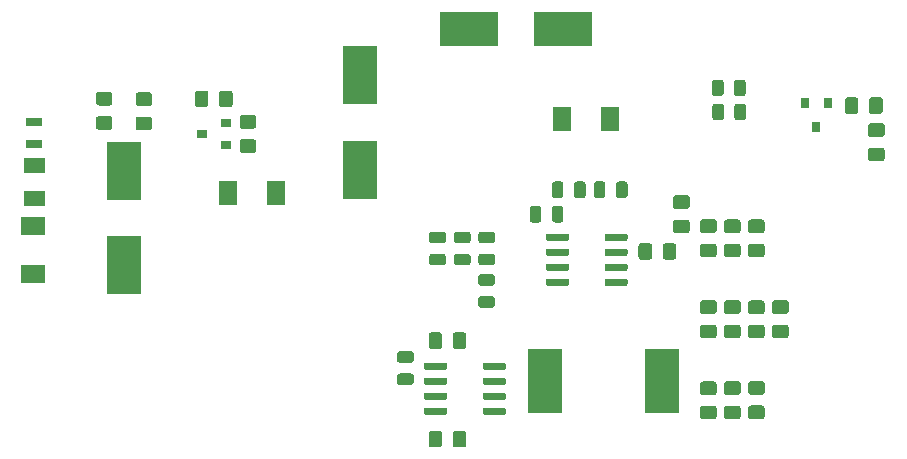
<source format=gbr>
G04 #@! TF.GenerationSoftware,KiCad,Pcbnew,(5.1.5)-3*
G04 #@! TF.CreationDate,2020-09-18T03:21:52-03:00*
G04 #@! TF.ProjectId,Luz de Freio,4c757a20-6465-4204-9672-65696f2e6b69,rev?*
G04 #@! TF.SameCoordinates,Original*
G04 #@! TF.FileFunction,Paste,Top*
G04 #@! TF.FilePolarity,Positive*
%FSLAX46Y46*%
G04 Gerber Fmt 4.6, Leading zero omitted, Abs format (unit mm)*
G04 Created by KiCad (PCBNEW (5.1.5)-3) date 2020-09-18 03:21:52*
%MOMM*%
%LPD*%
G04 APERTURE LIST*
%ADD10C,0.100000*%
%ADD11R,0.800000X0.900000*%
%ADD12R,2.900000X5.400000*%
%ADD13R,2.000000X1.600000*%
%ADD14R,1.600000X2.000000*%
%ADD15R,3.000000X5.000000*%
%ADD16R,0.900000X0.800000*%
%ADD17R,5.000000X3.000000*%
G04 APERTURE END LIST*
D10*
G36*
X201896505Y-131506204D02*
G01*
X201920773Y-131509804D01*
X201944572Y-131515765D01*
X201967671Y-131524030D01*
X201989850Y-131534520D01*
X202010893Y-131547132D01*
X202030599Y-131561747D01*
X202048777Y-131578223D01*
X202065253Y-131596401D01*
X202079868Y-131616107D01*
X202092480Y-131637150D01*
X202102970Y-131659329D01*
X202111235Y-131682428D01*
X202117196Y-131706227D01*
X202120796Y-131730495D01*
X202122000Y-131754999D01*
X202122000Y-132405001D01*
X202120796Y-132429505D01*
X202117196Y-132453773D01*
X202111235Y-132477572D01*
X202102970Y-132500671D01*
X202092480Y-132522850D01*
X202079868Y-132543893D01*
X202065253Y-132563599D01*
X202048777Y-132581777D01*
X202030599Y-132598253D01*
X202010893Y-132612868D01*
X201989850Y-132625480D01*
X201967671Y-132635970D01*
X201944572Y-132644235D01*
X201920773Y-132650196D01*
X201896505Y-132653796D01*
X201872001Y-132655000D01*
X200971999Y-132655000D01*
X200947495Y-132653796D01*
X200923227Y-132650196D01*
X200899428Y-132644235D01*
X200876329Y-132635970D01*
X200854150Y-132625480D01*
X200833107Y-132612868D01*
X200813401Y-132598253D01*
X200795223Y-132581777D01*
X200778747Y-132563599D01*
X200764132Y-132543893D01*
X200751520Y-132522850D01*
X200741030Y-132500671D01*
X200732765Y-132477572D01*
X200726804Y-132453773D01*
X200723204Y-132429505D01*
X200722000Y-132405001D01*
X200722000Y-131754999D01*
X200723204Y-131730495D01*
X200726804Y-131706227D01*
X200732765Y-131682428D01*
X200741030Y-131659329D01*
X200751520Y-131637150D01*
X200764132Y-131616107D01*
X200778747Y-131596401D01*
X200795223Y-131578223D01*
X200813401Y-131561747D01*
X200833107Y-131547132D01*
X200854150Y-131534520D01*
X200876329Y-131524030D01*
X200899428Y-131515765D01*
X200923227Y-131509804D01*
X200947495Y-131506204D01*
X200971999Y-131505000D01*
X201872001Y-131505000D01*
X201896505Y-131506204D01*
G37*
G36*
X201896505Y-133556204D02*
G01*
X201920773Y-133559804D01*
X201944572Y-133565765D01*
X201967671Y-133574030D01*
X201989850Y-133584520D01*
X202010893Y-133597132D01*
X202030599Y-133611747D01*
X202048777Y-133628223D01*
X202065253Y-133646401D01*
X202079868Y-133666107D01*
X202092480Y-133687150D01*
X202102970Y-133709329D01*
X202111235Y-133732428D01*
X202117196Y-133756227D01*
X202120796Y-133780495D01*
X202122000Y-133804999D01*
X202122000Y-134455001D01*
X202120796Y-134479505D01*
X202117196Y-134503773D01*
X202111235Y-134527572D01*
X202102970Y-134550671D01*
X202092480Y-134572850D01*
X202079868Y-134593893D01*
X202065253Y-134613599D01*
X202048777Y-134631777D01*
X202030599Y-134648253D01*
X202010893Y-134662868D01*
X201989850Y-134675480D01*
X201967671Y-134685970D01*
X201944572Y-134694235D01*
X201920773Y-134700196D01*
X201896505Y-134703796D01*
X201872001Y-134705000D01*
X200971999Y-134705000D01*
X200947495Y-134703796D01*
X200923227Y-134700196D01*
X200899428Y-134694235D01*
X200876329Y-134685970D01*
X200854150Y-134675480D01*
X200833107Y-134662868D01*
X200813401Y-134648253D01*
X200795223Y-134631777D01*
X200778747Y-134613599D01*
X200764132Y-134593893D01*
X200751520Y-134572850D01*
X200741030Y-134550671D01*
X200732765Y-134527572D01*
X200726804Y-134503773D01*
X200723204Y-134479505D01*
X200722000Y-134455001D01*
X200722000Y-133804999D01*
X200723204Y-133780495D01*
X200726804Y-133756227D01*
X200732765Y-133732428D01*
X200741030Y-133709329D01*
X200751520Y-133687150D01*
X200764132Y-133666107D01*
X200778747Y-133646401D01*
X200795223Y-133628223D01*
X200813401Y-133611747D01*
X200833107Y-133597132D01*
X200854150Y-133584520D01*
X200876329Y-133574030D01*
X200899428Y-133565765D01*
X200923227Y-133559804D01*
X200947495Y-133556204D01*
X200971999Y-133555000D01*
X201872001Y-133555000D01*
X201896505Y-133556204D01*
G37*
G36*
X199610505Y-117799204D02*
G01*
X199634773Y-117802804D01*
X199658572Y-117808765D01*
X199681671Y-117817030D01*
X199703850Y-117827520D01*
X199724893Y-117840132D01*
X199744599Y-117854747D01*
X199762777Y-117871223D01*
X199779253Y-117889401D01*
X199793868Y-117909107D01*
X199806480Y-117930150D01*
X199816970Y-117952329D01*
X199825235Y-117975428D01*
X199831196Y-117999227D01*
X199834796Y-118023495D01*
X199836000Y-118047999D01*
X199836000Y-118698001D01*
X199834796Y-118722505D01*
X199831196Y-118746773D01*
X199825235Y-118770572D01*
X199816970Y-118793671D01*
X199806480Y-118815850D01*
X199793868Y-118836893D01*
X199779253Y-118856599D01*
X199762777Y-118874777D01*
X199744599Y-118891253D01*
X199724893Y-118905868D01*
X199703850Y-118918480D01*
X199681671Y-118928970D01*
X199658572Y-118937235D01*
X199634773Y-118943196D01*
X199610505Y-118946796D01*
X199586001Y-118948000D01*
X198685999Y-118948000D01*
X198661495Y-118946796D01*
X198637227Y-118943196D01*
X198613428Y-118937235D01*
X198590329Y-118928970D01*
X198568150Y-118918480D01*
X198547107Y-118905868D01*
X198527401Y-118891253D01*
X198509223Y-118874777D01*
X198492747Y-118856599D01*
X198478132Y-118836893D01*
X198465520Y-118815850D01*
X198455030Y-118793671D01*
X198446765Y-118770572D01*
X198440804Y-118746773D01*
X198437204Y-118722505D01*
X198436000Y-118698001D01*
X198436000Y-118047999D01*
X198437204Y-118023495D01*
X198440804Y-117999227D01*
X198446765Y-117975428D01*
X198455030Y-117952329D01*
X198465520Y-117930150D01*
X198478132Y-117909107D01*
X198492747Y-117889401D01*
X198509223Y-117871223D01*
X198527401Y-117854747D01*
X198547107Y-117840132D01*
X198568150Y-117827520D01*
X198590329Y-117817030D01*
X198613428Y-117808765D01*
X198637227Y-117802804D01*
X198661495Y-117799204D01*
X198685999Y-117798000D01*
X199586001Y-117798000D01*
X199610505Y-117799204D01*
G37*
G36*
X199610505Y-115749204D02*
G01*
X199634773Y-115752804D01*
X199658572Y-115758765D01*
X199681671Y-115767030D01*
X199703850Y-115777520D01*
X199724893Y-115790132D01*
X199744599Y-115804747D01*
X199762777Y-115821223D01*
X199779253Y-115839401D01*
X199793868Y-115859107D01*
X199806480Y-115880150D01*
X199816970Y-115902329D01*
X199825235Y-115925428D01*
X199831196Y-115949227D01*
X199834796Y-115973495D01*
X199836000Y-115997999D01*
X199836000Y-116648001D01*
X199834796Y-116672505D01*
X199831196Y-116696773D01*
X199825235Y-116720572D01*
X199816970Y-116743671D01*
X199806480Y-116765850D01*
X199793868Y-116786893D01*
X199779253Y-116806599D01*
X199762777Y-116824777D01*
X199744599Y-116841253D01*
X199724893Y-116855868D01*
X199703850Y-116868480D01*
X199681671Y-116878970D01*
X199658572Y-116887235D01*
X199634773Y-116893196D01*
X199610505Y-116896796D01*
X199586001Y-116898000D01*
X198685999Y-116898000D01*
X198661495Y-116896796D01*
X198637227Y-116893196D01*
X198613428Y-116887235D01*
X198590329Y-116878970D01*
X198568150Y-116868480D01*
X198547107Y-116855868D01*
X198527401Y-116841253D01*
X198509223Y-116824777D01*
X198492747Y-116806599D01*
X198478132Y-116786893D01*
X198465520Y-116765850D01*
X198455030Y-116743671D01*
X198446765Y-116720572D01*
X198440804Y-116696773D01*
X198437204Y-116672505D01*
X198436000Y-116648001D01*
X198436000Y-115997999D01*
X198437204Y-115973495D01*
X198440804Y-115949227D01*
X198446765Y-115925428D01*
X198455030Y-115902329D01*
X198465520Y-115880150D01*
X198478132Y-115859107D01*
X198492747Y-115839401D01*
X198509223Y-115821223D01*
X198527401Y-115804747D01*
X198547107Y-115790132D01*
X198568150Y-115777520D01*
X198590329Y-115767030D01*
X198613428Y-115758765D01*
X198637227Y-115752804D01*
X198661495Y-115749204D01*
X198685999Y-115748000D01*
X199586001Y-115748000D01*
X199610505Y-115749204D01*
G37*
D11*
X210566000Y-109966000D03*
X209616000Y-107966000D03*
X211516000Y-107966000D03*
D12*
X197500000Y-131475000D03*
X187600000Y-131475000D03*
D10*
G36*
X143672800Y-111067100D02*
G01*
X144972800Y-111067100D01*
X144972800Y-111767100D01*
X143672800Y-111767100D01*
X143672800Y-111067100D01*
G37*
G36*
X143672800Y-109162100D02*
G01*
X144972800Y-109162100D01*
X144972800Y-109862100D01*
X143672800Y-109862100D01*
X143672800Y-109162100D01*
G37*
D13*
X144272000Y-118364000D03*
X144272000Y-122428000D03*
D14*
X164846000Y-115570000D03*
X160782000Y-115570000D03*
D10*
G36*
X178648505Y-135699204D02*
G01*
X178672773Y-135702804D01*
X178696572Y-135708765D01*
X178719671Y-135717030D01*
X178741850Y-135727520D01*
X178762893Y-135740132D01*
X178782599Y-135754747D01*
X178800777Y-135771223D01*
X178817253Y-135789401D01*
X178831868Y-135809107D01*
X178844480Y-135830150D01*
X178854970Y-135852329D01*
X178863235Y-135875428D01*
X178869196Y-135899227D01*
X178872796Y-135923495D01*
X178874000Y-135947999D01*
X178874000Y-136848001D01*
X178872796Y-136872505D01*
X178869196Y-136896773D01*
X178863235Y-136920572D01*
X178854970Y-136943671D01*
X178844480Y-136965850D01*
X178831868Y-136986893D01*
X178817253Y-137006599D01*
X178800777Y-137024777D01*
X178782599Y-137041253D01*
X178762893Y-137055868D01*
X178741850Y-137068480D01*
X178719671Y-137078970D01*
X178696572Y-137087235D01*
X178672773Y-137093196D01*
X178648505Y-137096796D01*
X178624001Y-137098000D01*
X177973999Y-137098000D01*
X177949495Y-137096796D01*
X177925227Y-137093196D01*
X177901428Y-137087235D01*
X177878329Y-137078970D01*
X177856150Y-137068480D01*
X177835107Y-137055868D01*
X177815401Y-137041253D01*
X177797223Y-137024777D01*
X177780747Y-137006599D01*
X177766132Y-136986893D01*
X177753520Y-136965850D01*
X177743030Y-136943671D01*
X177734765Y-136920572D01*
X177728804Y-136896773D01*
X177725204Y-136872505D01*
X177724000Y-136848001D01*
X177724000Y-135947999D01*
X177725204Y-135923495D01*
X177728804Y-135899227D01*
X177734765Y-135875428D01*
X177743030Y-135852329D01*
X177753520Y-135830150D01*
X177766132Y-135809107D01*
X177780747Y-135789401D01*
X177797223Y-135771223D01*
X177815401Y-135754747D01*
X177835107Y-135740132D01*
X177856150Y-135727520D01*
X177878329Y-135717030D01*
X177901428Y-135708765D01*
X177925227Y-135702804D01*
X177949495Y-135699204D01*
X177973999Y-135698000D01*
X178624001Y-135698000D01*
X178648505Y-135699204D01*
G37*
G36*
X180698505Y-135699204D02*
G01*
X180722773Y-135702804D01*
X180746572Y-135708765D01*
X180769671Y-135717030D01*
X180791850Y-135727520D01*
X180812893Y-135740132D01*
X180832599Y-135754747D01*
X180850777Y-135771223D01*
X180867253Y-135789401D01*
X180881868Y-135809107D01*
X180894480Y-135830150D01*
X180904970Y-135852329D01*
X180913235Y-135875428D01*
X180919196Y-135899227D01*
X180922796Y-135923495D01*
X180924000Y-135947999D01*
X180924000Y-136848001D01*
X180922796Y-136872505D01*
X180919196Y-136896773D01*
X180913235Y-136920572D01*
X180904970Y-136943671D01*
X180894480Y-136965850D01*
X180881868Y-136986893D01*
X180867253Y-137006599D01*
X180850777Y-137024777D01*
X180832599Y-137041253D01*
X180812893Y-137055868D01*
X180791850Y-137068480D01*
X180769671Y-137078970D01*
X180746572Y-137087235D01*
X180722773Y-137093196D01*
X180698505Y-137096796D01*
X180674001Y-137098000D01*
X180023999Y-137098000D01*
X179999495Y-137096796D01*
X179975227Y-137093196D01*
X179951428Y-137087235D01*
X179928329Y-137078970D01*
X179906150Y-137068480D01*
X179885107Y-137055868D01*
X179865401Y-137041253D01*
X179847223Y-137024777D01*
X179830747Y-137006599D01*
X179816132Y-136986893D01*
X179803520Y-136965850D01*
X179793030Y-136943671D01*
X179784765Y-136920572D01*
X179778804Y-136896773D01*
X179775204Y-136872505D01*
X179774000Y-136848001D01*
X179774000Y-135947999D01*
X179775204Y-135923495D01*
X179778804Y-135899227D01*
X179784765Y-135875428D01*
X179793030Y-135852329D01*
X179803520Y-135830150D01*
X179816132Y-135809107D01*
X179830747Y-135789401D01*
X179847223Y-135771223D01*
X179865401Y-135754747D01*
X179885107Y-135740132D01*
X179906150Y-135727520D01*
X179928329Y-135717030D01*
X179951428Y-135708765D01*
X179975227Y-135702804D01*
X179999495Y-135699204D01*
X180023999Y-135698000D01*
X180674001Y-135698000D01*
X180698505Y-135699204D01*
G37*
G36*
X176248142Y-130831674D02*
G01*
X176271803Y-130835184D01*
X176295007Y-130840996D01*
X176317529Y-130849054D01*
X176339153Y-130859282D01*
X176359670Y-130871579D01*
X176378883Y-130885829D01*
X176396607Y-130901893D01*
X176412671Y-130919617D01*
X176426921Y-130938830D01*
X176439218Y-130959347D01*
X176449446Y-130980971D01*
X176457504Y-131003493D01*
X176463316Y-131026697D01*
X176466826Y-131050358D01*
X176468000Y-131074250D01*
X176468000Y-131561750D01*
X176466826Y-131585642D01*
X176463316Y-131609303D01*
X176457504Y-131632507D01*
X176449446Y-131655029D01*
X176439218Y-131676653D01*
X176426921Y-131697170D01*
X176412671Y-131716383D01*
X176396607Y-131734107D01*
X176378883Y-131750171D01*
X176359670Y-131764421D01*
X176339153Y-131776718D01*
X176317529Y-131786946D01*
X176295007Y-131795004D01*
X176271803Y-131800816D01*
X176248142Y-131804326D01*
X176224250Y-131805500D01*
X175311750Y-131805500D01*
X175287858Y-131804326D01*
X175264197Y-131800816D01*
X175240993Y-131795004D01*
X175218471Y-131786946D01*
X175196847Y-131776718D01*
X175176330Y-131764421D01*
X175157117Y-131750171D01*
X175139393Y-131734107D01*
X175123329Y-131716383D01*
X175109079Y-131697170D01*
X175096782Y-131676653D01*
X175086554Y-131655029D01*
X175078496Y-131632507D01*
X175072684Y-131609303D01*
X175069174Y-131585642D01*
X175068000Y-131561750D01*
X175068000Y-131074250D01*
X175069174Y-131050358D01*
X175072684Y-131026697D01*
X175078496Y-131003493D01*
X175086554Y-130980971D01*
X175096782Y-130959347D01*
X175109079Y-130938830D01*
X175123329Y-130919617D01*
X175139393Y-130901893D01*
X175157117Y-130885829D01*
X175176330Y-130871579D01*
X175196847Y-130859282D01*
X175218471Y-130849054D01*
X175240993Y-130840996D01*
X175264197Y-130835184D01*
X175287858Y-130831674D01*
X175311750Y-130830500D01*
X176224250Y-130830500D01*
X176248142Y-130831674D01*
G37*
G36*
X176248142Y-128956674D02*
G01*
X176271803Y-128960184D01*
X176295007Y-128965996D01*
X176317529Y-128974054D01*
X176339153Y-128984282D01*
X176359670Y-128996579D01*
X176378883Y-129010829D01*
X176396607Y-129026893D01*
X176412671Y-129044617D01*
X176426921Y-129063830D01*
X176439218Y-129084347D01*
X176449446Y-129105971D01*
X176457504Y-129128493D01*
X176463316Y-129151697D01*
X176466826Y-129175358D01*
X176468000Y-129199250D01*
X176468000Y-129686750D01*
X176466826Y-129710642D01*
X176463316Y-129734303D01*
X176457504Y-129757507D01*
X176449446Y-129780029D01*
X176439218Y-129801653D01*
X176426921Y-129822170D01*
X176412671Y-129841383D01*
X176396607Y-129859107D01*
X176378883Y-129875171D01*
X176359670Y-129889421D01*
X176339153Y-129901718D01*
X176317529Y-129911946D01*
X176295007Y-129920004D01*
X176271803Y-129925816D01*
X176248142Y-129929326D01*
X176224250Y-129930500D01*
X175311750Y-129930500D01*
X175287858Y-129929326D01*
X175264197Y-129925816D01*
X175240993Y-129920004D01*
X175218471Y-129911946D01*
X175196847Y-129901718D01*
X175176330Y-129889421D01*
X175157117Y-129875171D01*
X175139393Y-129859107D01*
X175123329Y-129841383D01*
X175109079Y-129822170D01*
X175096782Y-129801653D01*
X175086554Y-129780029D01*
X175078496Y-129757507D01*
X175072684Y-129734303D01*
X175069174Y-129710642D01*
X175068000Y-129686750D01*
X175068000Y-129199250D01*
X175069174Y-129175358D01*
X175072684Y-129151697D01*
X175078496Y-129128493D01*
X175086554Y-129105971D01*
X175096782Y-129084347D01*
X175109079Y-129063830D01*
X175123329Y-129044617D01*
X175139393Y-129026893D01*
X175157117Y-129010829D01*
X175176330Y-128996579D01*
X175196847Y-128984282D01*
X175218471Y-128974054D01*
X175240993Y-128965996D01*
X175264197Y-128960184D01*
X175287858Y-128956674D01*
X175311750Y-128955500D01*
X176224250Y-128955500D01*
X176248142Y-128956674D01*
G37*
G36*
X189489703Y-122805722D02*
G01*
X189504264Y-122807882D01*
X189518543Y-122811459D01*
X189532403Y-122816418D01*
X189545710Y-122822712D01*
X189558336Y-122830280D01*
X189570159Y-122839048D01*
X189581066Y-122848934D01*
X189590952Y-122859841D01*
X189599720Y-122871664D01*
X189607288Y-122884290D01*
X189613582Y-122897597D01*
X189618541Y-122911457D01*
X189622118Y-122925736D01*
X189624278Y-122940297D01*
X189625000Y-122955000D01*
X189625000Y-123255000D01*
X189624278Y-123269703D01*
X189622118Y-123284264D01*
X189618541Y-123298543D01*
X189613582Y-123312403D01*
X189607288Y-123325710D01*
X189599720Y-123338336D01*
X189590952Y-123350159D01*
X189581066Y-123361066D01*
X189570159Y-123370952D01*
X189558336Y-123379720D01*
X189545710Y-123387288D01*
X189532403Y-123393582D01*
X189518543Y-123398541D01*
X189504264Y-123402118D01*
X189489703Y-123404278D01*
X189475000Y-123405000D01*
X187825000Y-123405000D01*
X187810297Y-123404278D01*
X187795736Y-123402118D01*
X187781457Y-123398541D01*
X187767597Y-123393582D01*
X187754290Y-123387288D01*
X187741664Y-123379720D01*
X187729841Y-123370952D01*
X187718934Y-123361066D01*
X187709048Y-123350159D01*
X187700280Y-123338336D01*
X187692712Y-123325710D01*
X187686418Y-123312403D01*
X187681459Y-123298543D01*
X187677882Y-123284264D01*
X187675722Y-123269703D01*
X187675000Y-123255000D01*
X187675000Y-122955000D01*
X187675722Y-122940297D01*
X187677882Y-122925736D01*
X187681459Y-122911457D01*
X187686418Y-122897597D01*
X187692712Y-122884290D01*
X187700280Y-122871664D01*
X187709048Y-122859841D01*
X187718934Y-122848934D01*
X187729841Y-122839048D01*
X187741664Y-122830280D01*
X187754290Y-122822712D01*
X187767597Y-122816418D01*
X187781457Y-122811459D01*
X187795736Y-122807882D01*
X187810297Y-122805722D01*
X187825000Y-122805000D01*
X189475000Y-122805000D01*
X189489703Y-122805722D01*
G37*
G36*
X189489703Y-121535722D02*
G01*
X189504264Y-121537882D01*
X189518543Y-121541459D01*
X189532403Y-121546418D01*
X189545710Y-121552712D01*
X189558336Y-121560280D01*
X189570159Y-121569048D01*
X189581066Y-121578934D01*
X189590952Y-121589841D01*
X189599720Y-121601664D01*
X189607288Y-121614290D01*
X189613582Y-121627597D01*
X189618541Y-121641457D01*
X189622118Y-121655736D01*
X189624278Y-121670297D01*
X189625000Y-121685000D01*
X189625000Y-121985000D01*
X189624278Y-121999703D01*
X189622118Y-122014264D01*
X189618541Y-122028543D01*
X189613582Y-122042403D01*
X189607288Y-122055710D01*
X189599720Y-122068336D01*
X189590952Y-122080159D01*
X189581066Y-122091066D01*
X189570159Y-122100952D01*
X189558336Y-122109720D01*
X189545710Y-122117288D01*
X189532403Y-122123582D01*
X189518543Y-122128541D01*
X189504264Y-122132118D01*
X189489703Y-122134278D01*
X189475000Y-122135000D01*
X187825000Y-122135000D01*
X187810297Y-122134278D01*
X187795736Y-122132118D01*
X187781457Y-122128541D01*
X187767597Y-122123582D01*
X187754290Y-122117288D01*
X187741664Y-122109720D01*
X187729841Y-122100952D01*
X187718934Y-122091066D01*
X187709048Y-122080159D01*
X187700280Y-122068336D01*
X187692712Y-122055710D01*
X187686418Y-122042403D01*
X187681459Y-122028543D01*
X187677882Y-122014264D01*
X187675722Y-121999703D01*
X187675000Y-121985000D01*
X187675000Y-121685000D01*
X187675722Y-121670297D01*
X187677882Y-121655736D01*
X187681459Y-121641457D01*
X187686418Y-121627597D01*
X187692712Y-121614290D01*
X187700280Y-121601664D01*
X187709048Y-121589841D01*
X187718934Y-121578934D01*
X187729841Y-121569048D01*
X187741664Y-121560280D01*
X187754290Y-121552712D01*
X187767597Y-121546418D01*
X187781457Y-121541459D01*
X187795736Y-121537882D01*
X187810297Y-121535722D01*
X187825000Y-121535000D01*
X189475000Y-121535000D01*
X189489703Y-121535722D01*
G37*
G36*
X189489703Y-120265722D02*
G01*
X189504264Y-120267882D01*
X189518543Y-120271459D01*
X189532403Y-120276418D01*
X189545710Y-120282712D01*
X189558336Y-120290280D01*
X189570159Y-120299048D01*
X189581066Y-120308934D01*
X189590952Y-120319841D01*
X189599720Y-120331664D01*
X189607288Y-120344290D01*
X189613582Y-120357597D01*
X189618541Y-120371457D01*
X189622118Y-120385736D01*
X189624278Y-120400297D01*
X189625000Y-120415000D01*
X189625000Y-120715000D01*
X189624278Y-120729703D01*
X189622118Y-120744264D01*
X189618541Y-120758543D01*
X189613582Y-120772403D01*
X189607288Y-120785710D01*
X189599720Y-120798336D01*
X189590952Y-120810159D01*
X189581066Y-120821066D01*
X189570159Y-120830952D01*
X189558336Y-120839720D01*
X189545710Y-120847288D01*
X189532403Y-120853582D01*
X189518543Y-120858541D01*
X189504264Y-120862118D01*
X189489703Y-120864278D01*
X189475000Y-120865000D01*
X187825000Y-120865000D01*
X187810297Y-120864278D01*
X187795736Y-120862118D01*
X187781457Y-120858541D01*
X187767597Y-120853582D01*
X187754290Y-120847288D01*
X187741664Y-120839720D01*
X187729841Y-120830952D01*
X187718934Y-120821066D01*
X187709048Y-120810159D01*
X187700280Y-120798336D01*
X187692712Y-120785710D01*
X187686418Y-120772403D01*
X187681459Y-120758543D01*
X187677882Y-120744264D01*
X187675722Y-120729703D01*
X187675000Y-120715000D01*
X187675000Y-120415000D01*
X187675722Y-120400297D01*
X187677882Y-120385736D01*
X187681459Y-120371457D01*
X187686418Y-120357597D01*
X187692712Y-120344290D01*
X187700280Y-120331664D01*
X187709048Y-120319841D01*
X187718934Y-120308934D01*
X187729841Y-120299048D01*
X187741664Y-120290280D01*
X187754290Y-120282712D01*
X187767597Y-120276418D01*
X187781457Y-120271459D01*
X187795736Y-120267882D01*
X187810297Y-120265722D01*
X187825000Y-120265000D01*
X189475000Y-120265000D01*
X189489703Y-120265722D01*
G37*
G36*
X189489703Y-118995722D02*
G01*
X189504264Y-118997882D01*
X189518543Y-119001459D01*
X189532403Y-119006418D01*
X189545710Y-119012712D01*
X189558336Y-119020280D01*
X189570159Y-119029048D01*
X189581066Y-119038934D01*
X189590952Y-119049841D01*
X189599720Y-119061664D01*
X189607288Y-119074290D01*
X189613582Y-119087597D01*
X189618541Y-119101457D01*
X189622118Y-119115736D01*
X189624278Y-119130297D01*
X189625000Y-119145000D01*
X189625000Y-119445000D01*
X189624278Y-119459703D01*
X189622118Y-119474264D01*
X189618541Y-119488543D01*
X189613582Y-119502403D01*
X189607288Y-119515710D01*
X189599720Y-119528336D01*
X189590952Y-119540159D01*
X189581066Y-119551066D01*
X189570159Y-119560952D01*
X189558336Y-119569720D01*
X189545710Y-119577288D01*
X189532403Y-119583582D01*
X189518543Y-119588541D01*
X189504264Y-119592118D01*
X189489703Y-119594278D01*
X189475000Y-119595000D01*
X187825000Y-119595000D01*
X187810297Y-119594278D01*
X187795736Y-119592118D01*
X187781457Y-119588541D01*
X187767597Y-119583582D01*
X187754290Y-119577288D01*
X187741664Y-119569720D01*
X187729841Y-119560952D01*
X187718934Y-119551066D01*
X187709048Y-119540159D01*
X187700280Y-119528336D01*
X187692712Y-119515710D01*
X187686418Y-119502403D01*
X187681459Y-119488543D01*
X187677882Y-119474264D01*
X187675722Y-119459703D01*
X187675000Y-119445000D01*
X187675000Y-119145000D01*
X187675722Y-119130297D01*
X187677882Y-119115736D01*
X187681459Y-119101457D01*
X187686418Y-119087597D01*
X187692712Y-119074290D01*
X187700280Y-119061664D01*
X187709048Y-119049841D01*
X187718934Y-119038934D01*
X187729841Y-119029048D01*
X187741664Y-119020280D01*
X187754290Y-119012712D01*
X187767597Y-119006418D01*
X187781457Y-119001459D01*
X187795736Y-118997882D01*
X187810297Y-118995722D01*
X187825000Y-118995000D01*
X189475000Y-118995000D01*
X189489703Y-118995722D01*
G37*
G36*
X194439703Y-118995722D02*
G01*
X194454264Y-118997882D01*
X194468543Y-119001459D01*
X194482403Y-119006418D01*
X194495710Y-119012712D01*
X194508336Y-119020280D01*
X194520159Y-119029048D01*
X194531066Y-119038934D01*
X194540952Y-119049841D01*
X194549720Y-119061664D01*
X194557288Y-119074290D01*
X194563582Y-119087597D01*
X194568541Y-119101457D01*
X194572118Y-119115736D01*
X194574278Y-119130297D01*
X194575000Y-119145000D01*
X194575000Y-119445000D01*
X194574278Y-119459703D01*
X194572118Y-119474264D01*
X194568541Y-119488543D01*
X194563582Y-119502403D01*
X194557288Y-119515710D01*
X194549720Y-119528336D01*
X194540952Y-119540159D01*
X194531066Y-119551066D01*
X194520159Y-119560952D01*
X194508336Y-119569720D01*
X194495710Y-119577288D01*
X194482403Y-119583582D01*
X194468543Y-119588541D01*
X194454264Y-119592118D01*
X194439703Y-119594278D01*
X194425000Y-119595000D01*
X192775000Y-119595000D01*
X192760297Y-119594278D01*
X192745736Y-119592118D01*
X192731457Y-119588541D01*
X192717597Y-119583582D01*
X192704290Y-119577288D01*
X192691664Y-119569720D01*
X192679841Y-119560952D01*
X192668934Y-119551066D01*
X192659048Y-119540159D01*
X192650280Y-119528336D01*
X192642712Y-119515710D01*
X192636418Y-119502403D01*
X192631459Y-119488543D01*
X192627882Y-119474264D01*
X192625722Y-119459703D01*
X192625000Y-119445000D01*
X192625000Y-119145000D01*
X192625722Y-119130297D01*
X192627882Y-119115736D01*
X192631459Y-119101457D01*
X192636418Y-119087597D01*
X192642712Y-119074290D01*
X192650280Y-119061664D01*
X192659048Y-119049841D01*
X192668934Y-119038934D01*
X192679841Y-119029048D01*
X192691664Y-119020280D01*
X192704290Y-119012712D01*
X192717597Y-119006418D01*
X192731457Y-119001459D01*
X192745736Y-118997882D01*
X192760297Y-118995722D01*
X192775000Y-118995000D01*
X194425000Y-118995000D01*
X194439703Y-118995722D01*
G37*
G36*
X194439703Y-120265722D02*
G01*
X194454264Y-120267882D01*
X194468543Y-120271459D01*
X194482403Y-120276418D01*
X194495710Y-120282712D01*
X194508336Y-120290280D01*
X194520159Y-120299048D01*
X194531066Y-120308934D01*
X194540952Y-120319841D01*
X194549720Y-120331664D01*
X194557288Y-120344290D01*
X194563582Y-120357597D01*
X194568541Y-120371457D01*
X194572118Y-120385736D01*
X194574278Y-120400297D01*
X194575000Y-120415000D01*
X194575000Y-120715000D01*
X194574278Y-120729703D01*
X194572118Y-120744264D01*
X194568541Y-120758543D01*
X194563582Y-120772403D01*
X194557288Y-120785710D01*
X194549720Y-120798336D01*
X194540952Y-120810159D01*
X194531066Y-120821066D01*
X194520159Y-120830952D01*
X194508336Y-120839720D01*
X194495710Y-120847288D01*
X194482403Y-120853582D01*
X194468543Y-120858541D01*
X194454264Y-120862118D01*
X194439703Y-120864278D01*
X194425000Y-120865000D01*
X192775000Y-120865000D01*
X192760297Y-120864278D01*
X192745736Y-120862118D01*
X192731457Y-120858541D01*
X192717597Y-120853582D01*
X192704290Y-120847288D01*
X192691664Y-120839720D01*
X192679841Y-120830952D01*
X192668934Y-120821066D01*
X192659048Y-120810159D01*
X192650280Y-120798336D01*
X192642712Y-120785710D01*
X192636418Y-120772403D01*
X192631459Y-120758543D01*
X192627882Y-120744264D01*
X192625722Y-120729703D01*
X192625000Y-120715000D01*
X192625000Y-120415000D01*
X192625722Y-120400297D01*
X192627882Y-120385736D01*
X192631459Y-120371457D01*
X192636418Y-120357597D01*
X192642712Y-120344290D01*
X192650280Y-120331664D01*
X192659048Y-120319841D01*
X192668934Y-120308934D01*
X192679841Y-120299048D01*
X192691664Y-120290280D01*
X192704290Y-120282712D01*
X192717597Y-120276418D01*
X192731457Y-120271459D01*
X192745736Y-120267882D01*
X192760297Y-120265722D01*
X192775000Y-120265000D01*
X194425000Y-120265000D01*
X194439703Y-120265722D01*
G37*
G36*
X194439703Y-121535722D02*
G01*
X194454264Y-121537882D01*
X194468543Y-121541459D01*
X194482403Y-121546418D01*
X194495710Y-121552712D01*
X194508336Y-121560280D01*
X194520159Y-121569048D01*
X194531066Y-121578934D01*
X194540952Y-121589841D01*
X194549720Y-121601664D01*
X194557288Y-121614290D01*
X194563582Y-121627597D01*
X194568541Y-121641457D01*
X194572118Y-121655736D01*
X194574278Y-121670297D01*
X194575000Y-121685000D01*
X194575000Y-121985000D01*
X194574278Y-121999703D01*
X194572118Y-122014264D01*
X194568541Y-122028543D01*
X194563582Y-122042403D01*
X194557288Y-122055710D01*
X194549720Y-122068336D01*
X194540952Y-122080159D01*
X194531066Y-122091066D01*
X194520159Y-122100952D01*
X194508336Y-122109720D01*
X194495710Y-122117288D01*
X194482403Y-122123582D01*
X194468543Y-122128541D01*
X194454264Y-122132118D01*
X194439703Y-122134278D01*
X194425000Y-122135000D01*
X192775000Y-122135000D01*
X192760297Y-122134278D01*
X192745736Y-122132118D01*
X192731457Y-122128541D01*
X192717597Y-122123582D01*
X192704290Y-122117288D01*
X192691664Y-122109720D01*
X192679841Y-122100952D01*
X192668934Y-122091066D01*
X192659048Y-122080159D01*
X192650280Y-122068336D01*
X192642712Y-122055710D01*
X192636418Y-122042403D01*
X192631459Y-122028543D01*
X192627882Y-122014264D01*
X192625722Y-121999703D01*
X192625000Y-121985000D01*
X192625000Y-121685000D01*
X192625722Y-121670297D01*
X192627882Y-121655736D01*
X192631459Y-121641457D01*
X192636418Y-121627597D01*
X192642712Y-121614290D01*
X192650280Y-121601664D01*
X192659048Y-121589841D01*
X192668934Y-121578934D01*
X192679841Y-121569048D01*
X192691664Y-121560280D01*
X192704290Y-121552712D01*
X192717597Y-121546418D01*
X192731457Y-121541459D01*
X192745736Y-121537882D01*
X192760297Y-121535722D01*
X192775000Y-121535000D01*
X194425000Y-121535000D01*
X194439703Y-121535722D01*
G37*
G36*
X194439703Y-122805722D02*
G01*
X194454264Y-122807882D01*
X194468543Y-122811459D01*
X194482403Y-122816418D01*
X194495710Y-122822712D01*
X194508336Y-122830280D01*
X194520159Y-122839048D01*
X194531066Y-122848934D01*
X194540952Y-122859841D01*
X194549720Y-122871664D01*
X194557288Y-122884290D01*
X194563582Y-122897597D01*
X194568541Y-122911457D01*
X194572118Y-122925736D01*
X194574278Y-122940297D01*
X194575000Y-122955000D01*
X194575000Y-123255000D01*
X194574278Y-123269703D01*
X194572118Y-123284264D01*
X194568541Y-123298543D01*
X194563582Y-123312403D01*
X194557288Y-123325710D01*
X194549720Y-123338336D01*
X194540952Y-123350159D01*
X194531066Y-123361066D01*
X194520159Y-123370952D01*
X194508336Y-123379720D01*
X194495710Y-123387288D01*
X194482403Y-123393582D01*
X194468543Y-123398541D01*
X194454264Y-123402118D01*
X194439703Y-123404278D01*
X194425000Y-123405000D01*
X192775000Y-123405000D01*
X192760297Y-123404278D01*
X192745736Y-123402118D01*
X192731457Y-123398541D01*
X192717597Y-123393582D01*
X192704290Y-123387288D01*
X192691664Y-123379720D01*
X192679841Y-123370952D01*
X192668934Y-123361066D01*
X192659048Y-123350159D01*
X192650280Y-123338336D01*
X192642712Y-123325710D01*
X192636418Y-123312403D01*
X192631459Y-123298543D01*
X192627882Y-123284264D01*
X192625722Y-123269703D01*
X192625000Y-123255000D01*
X192625000Y-122955000D01*
X192625722Y-122940297D01*
X192627882Y-122925736D01*
X192631459Y-122911457D01*
X192636418Y-122897597D01*
X192642712Y-122884290D01*
X192650280Y-122871664D01*
X192659048Y-122859841D01*
X192668934Y-122848934D01*
X192679841Y-122839048D01*
X192691664Y-122830280D01*
X192704290Y-122822712D01*
X192717597Y-122816418D01*
X192731457Y-122811459D01*
X192745736Y-122807882D01*
X192760297Y-122805722D01*
X192775000Y-122805000D01*
X194425000Y-122805000D01*
X194439703Y-122805722D01*
G37*
G36*
X216120505Y-109653204D02*
G01*
X216144773Y-109656804D01*
X216168572Y-109662765D01*
X216191671Y-109671030D01*
X216213850Y-109681520D01*
X216234893Y-109694132D01*
X216254599Y-109708747D01*
X216272777Y-109725223D01*
X216289253Y-109743401D01*
X216303868Y-109763107D01*
X216316480Y-109784150D01*
X216326970Y-109806329D01*
X216335235Y-109829428D01*
X216341196Y-109853227D01*
X216344796Y-109877495D01*
X216346000Y-109901999D01*
X216346000Y-110552001D01*
X216344796Y-110576505D01*
X216341196Y-110600773D01*
X216335235Y-110624572D01*
X216326970Y-110647671D01*
X216316480Y-110669850D01*
X216303868Y-110690893D01*
X216289253Y-110710599D01*
X216272777Y-110728777D01*
X216254599Y-110745253D01*
X216234893Y-110759868D01*
X216213850Y-110772480D01*
X216191671Y-110782970D01*
X216168572Y-110791235D01*
X216144773Y-110797196D01*
X216120505Y-110800796D01*
X216096001Y-110802000D01*
X215195999Y-110802000D01*
X215171495Y-110800796D01*
X215147227Y-110797196D01*
X215123428Y-110791235D01*
X215100329Y-110782970D01*
X215078150Y-110772480D01*
X215057107Y-110759868D01*
X215037401Y-110745253D01*
X215019223Y-110728777D01*
X215002747Y-110710599D01*
X214988132Y-110690893D01*
X214975520Y-110669850D01*
X214965030Y-110647671D01*
X214956765Y-110624572D01*
X214950804Y-110600773D01*
X214947204Y-110576505D01*
X214946000Y-110552001D01*
X214946000Y-109901999D01*
X214947204Y-109877495D01*
X214950804Y-109853227D01*
X214956765Y-109829428D01*
X214965030Y-109806329D01*
X214975520Y-109784150D01*
X214988132Y-109763107D01*
X215002747Y-109743401D01*
X215019223Y-109725223D01*
X215037401Y-109708747D01*
X215057107Y-109694132D01*
X215078150Y-109681520D01*
X215100329Y-109671030D01*
X215123428Y-109662765D01*
X215147227Y-109656804D01*
X215171495Y-109653204D01*
X215195999Y-109652000D01*
X216096001Y-109652000D01*
X216120505Y-109653204D01*
G37*
G36*
X216120505Y-111703204D02*
G01*
X216144773Y-111706804D01*
X216168572Y-111712765D01*
X216191671Y-111721030D01*
X216213850Y-111731520D01*
X216234893Y-111744132D01*
X216254599Y-111758747D01*
X216272777Y-111775223D01*
X216289253Y-111793401D01*
X216303868Y-111813107D01*
X216316480Y-111834150D01*
X216326970Y-111856329D01*
X216335235Y-111879428D01*
X216341196Y-111903227D01*
X216344796Y-111927495D01*
X216346000Y-111951999D01*
X216346000Y-112602001D01*
X216344796Y-112626505D01*
X216341196Y-112650773D01*
X216335235Y-112674572D01*
X216326970Y-112697671D01*
X216316480Y-112719850D01*
X216303868Y-112740893D01*
X216289253Y-112760599D01*
X216272777Y-112778777D01*
X216254599Y-112795253D01*
X216234893Y-112809868D01*
X216213850Y-112822480D01*
X216191671Y-112832970D01*
X216168572Y-112841235D01*
X216144773Y-112847196D01*
X216120505Y-112850796D01*
X216096001Y-112852000D01*
X215195999Y-112852000D01*
X215171495Y-112850796D01*
X215147227Y-112847196D01*
X215123428Y-112841235D01*
X215100329Y-112832970D01*
X215078150Y-112822480D01*
X215057107Y-112809868D01*
X215037401Y-112795253D01*
X215019223Y-112778777D01*
X215002747Y-112760599D01*
X214988132Y-112740893D01*
X214975520Y-112719850D01*
X214965030Y-112697671D01*
X214956765Y-112674572D01*
X214950804Y-112650773D01*
X214947204Y-112626505D01*
X214946000Y-112602001D01*
X214946000Y-111951999D01*
X214947204Y-111927495D01*
X214950804Y-111903227D01*
X214956765Y-111879428D01*
X214965030Y-111856329D01*
X214975520Y-111834150D01*
X214988132Y-111813107D01*
X215002747Y-111793401D01*
X215019223Y-111775223D01*
X215037401Y-111758747D01*
X215057107Y-111744132D01*
X215078150Y-111731520D01*
X215100329Y-111721030D01*
X215123428Y-111712765D01*
X215147227Y-111706804D01*
X215171495Y-111703204D01*
X215195999Y-111702000D01*
X216096001Y-111702000D01*
X216120505Y-111703204D01*
G37*
G36*
X215953705Y-107454404D02*
G01*
X215977973Y-107458004D01*
X216001772Y-107463965D01*
X216024871Y-107472230D01*
X216047050Y-107482720D01*
X216068093Y-107495332D01*
X216087799Y-107509947D01*
X216105977Y-107526423D01*
X216122453Y-107544601D01*
X216137068Y-107564307D01*
X216149680Y-107585350D01*
X216160170Y-107607529D01*
X216168435Y-107630628D01*
X216174396Y-107654427D01*
X216177996Y-107678695D01*
X216179200Y-107703199D01*
X216179200Y-108603201D01*
X216177996Y-108627705D01*
X216174396Y-108651973D01*
X216168435Y-108675772D01*
X216160170Y-108698871D01*
X216149680Y-108721050D01*
X216137068Y-108742093D01*
X216122453Y-108761799D01*
X216105977Y-108779977D01*
X216087799Y-108796453D01*
X216068093Y-108811068D01*
X216047050Y-108823680D01*
X216024871Y-108834170D01*
X216001772Y-108842435D01*
X215977973Y-108848396D01*
X215953705Y-108851996D01*
X215929201Y-108853200D01*
X215279199Y-108853200D01*
X215254695Y-108851996D01*
X215230427Y-108848396D01*
X215206628Y-108842435D01*
X215183529Y-108834170D01*
X215161350Y-108823680D01*
X215140307Y-108811068D01*
X215120601Y-108796453D01*
X215102423Y-108779977D01*
X215085947Y-108761799D01*
X215071332Y-108742093D01*
X215058720Y-108721050D01*
X215048230Y-108698871D01*
X215039965Y-108675772D01*
X215034004Y-108651973D01*
X215030404Y-108627705D01*
X215029200Y-108603201D01*
X215029200Y-107703199D01*
X215030404Y-107678695D01*
X215034004Y-107654427D01*
X215039965Y-107630628D01*
X215048230Y-107607529D01*
X215058720Y-107585350D01*
X215071332Y-107564307D01*
X215085947Y-107544601D01*
X215102423Y-107526423D01*
X215120601Y-107509947D01*
X215140307Y-107495332D01*
X215161350Y-107482720D01*
X215183529Y-107472230D01*
X215206628Y-107463965D01*
X215230427Y-107458004D01*
X215254695Y-107454404D01*
X215279199Y-107453200D01*
X215929201Y-107453200D01*
X215953705Y-107454404D01*
G37*
G36*
X213903705Y-107454404D02*
G01*
X213927973Y-107458004D01*
X213951772Y-107463965D01*
X213974871Y-107472230D01*
X213997050Y-107482720D01*
X214018093Y-107495332D01*
X214037799Y-107509947D01*
X214055977Y-107526423D01*
X214072453Y-107544601D01*
X214087068Y-107564307D01*
X214099680Y-107585350D01*
X214110170Y-107607529D01*
X214118435Y-107630628D01*
X214124396Y-107654427D01*
X214127996Y-107678695D01*
X214129200Y-107703199D01*
X214129200Y-108603201D01*
X214127996Y-108627705D01*
X214124396Y-108651973D01*
X214118435Y-108675772D01*
X214110170Y-108698871D01*
X214099680Y-108721050D01*
X214087068Y-108742093D01*
X214072453Y-108761799D01*
X214055977Y-108779977D01*
X214037799Y-108796453D01*
X214018093Y-108811068D01*
X213997050Y-108823680D01*
X213974871Y-108834170D01*
X213951772Y-108842435D01*
X213927973Y-108848396D01*
X213903705Y-108851996D01*
X213879201Y-108853200D01*
X213229199Y-108853200D01*
X213204695Y-108851996D01*
X213180427Y-108848396D01*
X213156628Y-108842435D01*
X213133529Y-108834170D01*
X213111350Y-108823680D01*
X213090307Y-108811068D01*
X213070601Y-108796453D01*
X213052423Y-108779977D01*
X213035947Y-108761799D01*
X213021332Y-108742093D01*
X213008720Y-108721050D01*
X212998230Y-108698871D01*
X212989965Y-108675772D01*
X212984004Y-108651973D01*
X212980404Y-108627705D01*
X212979200Y-108603201D01*
X212979200Y-107703199D01*
X212980404Y-107678695D01*
X212984004Y-107654427D01*
X212989965Y-107630628D01*
X212998230Y-107607529D01*
X213008720Y-107585350D01*
X213021332Y-107564307D01*
X213035947Y-107544601D01*
X213052423Y-107526423D01*
X213070601Y-107509947D01*
X213090307Y-107495332D01*
X213111350Y-107482720D01*
X213133529Y-107472230D01*
X213156628Y-107463965D01*
X213180427Y-107458004D01*
X213204695Y-107454404D01*
X213229199Y-107453200D01*
X213879201Y-107453200D01*
X213903705Y-107454404D01*
G37*
G36*
X160911905Y-106882904D02*
G01*
X160936173Y-106886504D01*
X160959972Y-106892465D01*
X160983071Y-106900730D01*
X161005250Y-106911220D01*
X161026293Y-106923832D01*
X161045999Y-106938447D01*
X161064177Y-106954923D01*
X161080653Y-106973101D01*
X161095268Y-106992807D01*
X161107880Y-107013850D01*
X161118370Y-107036029D01*
X161126635Y-107059128D01*
X161132596Y-107082927D01*
X161136196Y-107107195D01*
X161137400Y-107131699D01*
X161137400Y-108031701D01*
X161136196Y-108056205D01*
X161132596Y-108080473D01*
X161126635Y-108104272D01*
X161118370Y-108127371D01*
X161107880Y-108149550D01*
X161095268Y-108170593D01*
X161080653Y-108190299D01*
X161064177Y-108208477D01*
X161045999Y-108224953D01*
X161026293Y-108239568D01*
X161005250Y-108252180D01*
X160983071Y-108262670D01*
X160959972Y-108270935D01*
X160936173Y-108276896D01*
X160911905Y-108280496D01*
X160887401Y-108281700D01*
X160237399Y-108281700D01*
X160212895Y-108280496D01*
X160188627Y-108276896D01*
X160164828Y-108270935D01*
X160141729Y-108262670D01*
X160119550Y-108252180D01*
X160098507Y-108239568D01*
X160078801Y-108224953D01*
X160060623Y-108208477D01*
X160044147Y-108190299D01*
X160029532Y-108170593D01*
X160016920Y-108149550D01*
X160006430Y-108127371D01*
X159998165Y-108104272D01*
X159992204Y-108080473D01*
X159988604Y-108056205D01*
X159987400Y-108031701D01*
X159987400Y-107131699D01*
X159988604Y-107107195D01*
X159992204Y-107082927D01*
X159998165Y-107059128D01*
X160006430Y-107036029D01*
X160016920Y-107013850D01*
X160029532Y-106992807D01*
X160044147Y-106973101D01*
X160060623Y-106954923D01*
X160078801Y-106938447D01*
X160098507Y-106923832D01*
X160119550Y-106911220D01*
X160141729Y-106900730D01*
X160164828Y-106892465D01*
X160188627Y-106886504D01*
X160212895Y-106882904D01*
X160237399Y-106881700D01*
X160887401Y-106881700D01*
X160911905Y-106882904D01*
G37*
G36*
X158861905Y-106882904D02*
G01*
X158886173Y-106886504D01*
X158909972Y-106892465D01*
X158933071Y-106900730D01*
X158955250Y-106911220D01*
X158976293Y-106923832D01*
X158995999Y-106938447D01*
X159014177Y-106954923D01*
X159030653Y-106973101D01*
X159045268Y-106992807D01*
X159057880Y-107013850D01*
X159068370Y-107036029D01*
X159076635Y-107059128D01*
X159082596Y-107082927D01*
X159086196Y-107107195D01*
X159087400Y-107131699D01*
X159087400Y-108031701D01*
X159086196Y-108056205D01*
X159082596Y-108080473D01*
X159076635Y-108104272D01*
X159068370Y-108127371D01*
X159057880Y-108149550D01*
X159045268Y-108170593D01*
X159030653Y-108190299D01*
X159014177Y-108208477D01*
X158995999Y-108224953D01*
X158976293Y-108239568D01*
X158955250Y-108252180D01*
X158933071Y-108262670D01*
X158909972Y-108270935D01*
X158886173Y-108276896D01*
X158861905Y-108280496D01*
X158837401Y-108281700D01*
X158187399Y-108281700D01*
X158162895Y-108280496D01*
X158138627Y-108276896D01*
X158114828Y-108270935D01*
X158091729Y-108262670D01*
X158069550Y-108252180D01*
X158048507Y-108239568D01*
X158028801Y-108224953D01*
X158010623Y-108208477D01*
X157994147Y-108190299D01*
X157979532Y-108170593D01*
X157966920Y-108149550D01*
X157956430Y-108127371D01*
X157948165Y-108104272D01*
X157942204Y-108080473D01*
X157938604Y-108056205D01*
X157937400Y-108031701D01*
X157937400Y-107131699D01*
X157938604Y-107107195D01*
X157942204Y-107082927D01*
X157948165Y-107059128D01*
X157956430Y-107036029D01*
X157966920Y-107013850D01*
X157979532Y-106992807D01*
X157994147Y-106973101D01*
X158010623Y-106954923D01*
X158028801Y-106938447D01*
X158048507Y-106923832D01*
X158069550Y-106911220D01*
X158091729Y-106900730D01*
X158114828Y-106892465D01*
X158138627Y-106886504D01*
X158162895Y-106882904D01*
X158187399Y-106881700D01*
X158837401Y-106881700D01*
X158861905Y-106882904D01*
G37*
G36*
X180699505Y-127348204D02*
G01*
X180723773Y-127351804D01*
X180747572Y-127357765D01*
X180770671Y-127366030D01*
X180792850Y-127376520D01*
X180813893Y-127389132D01*
X180833599Y-127403747D01*
X180851777Y-127420223D01*
X180868253Y-127438401D01*
X180882868Y-127458107D01*
X180895480Y-127479150D01*
X180905970Y-127501329D01*
X180914235Y-127524428D01*
X180920196Y-127548227D01*
X180923796Y-127572495D01*
X180925000Y-127596999D01*
X180925000Y-128497001D01*
X180923796Y-128521505D01*
X180920196Y-128545773D01*
X180914235Y-128569572D01*
X180905970Y-128592671D01*
X180895480Y-128614850D01*
X180882868Y-128635893D01*
X180868253Y-128655599D01*
X180851777Y-128673777D01*
X180833599Y-128690253D01*
X180813893Y-128704868D01*
X180792850Y-128717480D01*
X180770671Y-128727970D01*
X180747572Y-128736235D01*
X180723773Y-128742196D01*
X180699505Y-128745796D01*
X180675001Y-128747000D01*
X180024999Y-128747000D01*
X180000495Y-128745796D01*
X179976227Y-128742196D01*
X179952428Y-128736235D01*
X179929329Y-128727970D01*
X179907150Y-128717480D01*
X179886107Y-128704868D01*
X179866401Y-128690253D01*
X179848223Y-128673777D01*
X179831747Y-128655599D01*
X179817132Y-128635893D01*
X179804520Y-128614850D01*
X179794030Y-128592671D01*
X179785765Y-128569572D01*
X179779804Y-128545773D01*
X179776204Y-128521505D01*
X179775000Y-128497001D01*
X179775000Y-127596999D01*
X179776204Y-127572495D01*
X179779804Y-127548227D01*
X179785765Y-127524428D01*
X179794030Y-127501329D01*
X179804520Y-127479150D01*
X179817132Y-127458107D01*
X179831747Y-127438401D01*
X179848223Y-127420223D01*
X179866401Y-127403747D01*
X179886107Y-127389132D01*
X179907150Y-127376520D01*
X179929329Y-127366030D01*
X179952428Y-127357765D01*
X179976227Y-127351804D01*
X180000495Y-127348204D01*
X180024999Y-127347000D01*
X180675001Y-127347000D01*
X180699505Y-127348204D01*
G37*
G36*
X178649505Y-127348204D02*
G01*
X178673773Y-127351804D01*
X178697572Y-127357765D01*
X178720671Y-127366030D01*
X178742850Y-127376520D01*
X178763893Y-127389132D01*
X178783599Y-127403747D01*
X178801777Y-127420223D01*
X178818253Y-127438401D01*
X178832868Y-127458107D01*
X178845480Y-127479150D01*
X178855970Y-127501329D01*
X178864235Y-127524428D01*
X178870196Y-127548227D01*
X178873796Y-127572495D01*
X178875000Y-127596999D01*
X178875000Y-128497001D01*
X178873796Y-128521505D01*
X178870196Y-128545773D01*
X178864235Y-128569572D01*
X178855970Y-128592671D01*
X178845480Y-128614850D01*
X178832868Y-128635893D01*
X178818253Y-128655599D01*
X178801777Y-128673777D01*
X178783599Y-128690253D01*
X178763893Y-128704868D01*
X178742850Y-128717480D01*
X178720671Y-128727970D01*
X178697572Y-128736235D01*
X178673773Y-128742196D01*
X178649505Y-128745796D01*
X178625001Y-128747000D01*
X177974999Y-128747000D01*
X177950495Y-128745796D01*
X177926227Y-128742196D01*
X177902428Y-128736235D01*
X177879329Y-128727970D01*
X177857150Y-128717480D01*
X177836107Y-128704868D01*
X177816401Y-128690253D01*
X177798223Y-128673777D01*
X177781747Y-128655599D01*
X177767132Y-128635893D01*
X177754520Y-128614850D01*
X177744030Y-128592671D01*
X177735765Y-128569572D01*
X177729804Y-128545773D01*
X177726204Y-128521505D01*
X177725000Y-128497001D01*
X177725000Y-127596999D01*
X177726204Y-127572495D01*
X177729804Y-127548227D01*
X177735765Y-127524428D01*
X177744030Y-127501329D01*
X177754520Y-127479150D01*
X177767132Y-127458107D01*
X177781747Y-127438401D01*
X177798223Y-127420223D01*
X177816401Y-127403747D01*
X177836107Y-127389132D01*
X177857150Y-127376520D01*
X177879329Y-127366030D01*
X177902428Y-127357765D01*
X177926227Y-127351804D01*
X177950495Y-127348204D01*
X177974999Y-127347000D01*
X178625001Y-127347000D01*
X178649505Y-127348204D01*
G37*
G36*
X181061142Y-118826174D02*
G01*
X181084803Y-118829684D01*
X181108007Y-118835496D01*
X181130529Y-118843554D01*
X181152153Y-118853782D01*
X181172670Y-118866079D01*
X181191883Y-118880329D01*
X181209607Y-118896393D01*
X181225671Y-118914117D01*
X181239921Y-118933330D01*
X181252218Y-118953847D01*
X181262446Y-118975471D01*
X181270504Y-118997993D01*
X181276316Y-119021197D01*
X181279826Y-119044858D01*
X181281000Y-119068750D01*
X181281000Y-119556250D01*
X181279826Y-119580142D01*
X181276316Y-119603803D01*
X181270504Y-119627007D01*
X181262446Y-119649529D01*
X181252218Y-119671153D01*
X181239921Y-119691670D01*
X181225671Y-119710883D01*
X181209607Y-119728607D01*
X181191883Y-119744671D01*
X181172670Y-119758921D01*
X181152153Y-119771218D01*
X181130529Y-119781446D01*
X181108007Y-119789504D01*
X181084803Y-119795316D01*
X181061142Y-119798826D01*
X181037250Y-119800000D01*
X180124750Y-119800000D01*
X180100858Y-119798826D01*
X180077197Y-119795316D01*
X180053993Y-119789504D01*
X180031471Y-119781446D01*
X180009847Y-119771218D01*
X179989330Y-119758921D01*
X179970117Y-119744671D01*
X179952393Y-119728607D01*
X179936329Y-119710883D01*
X179922079Y-119691670D01*
X179909782Y-119671153D01*
X179899554Y-119649529D01*
X179891496Y-119627007D01*
X179885684Y-119603803D01*
X179882174Y-119580142D01*
X179881000Y-119556250D01*
X179881000Y-119068750D01*
X179882174Y-119044858D01*
X179885684Y-119021197D01*
X179891496Y-118997993D01*
X179899554Y-118975471D01*
X179909782Y-118953847D01*
X179922079Y-118933330D01*
X179936329Y-118914117D01*
X179952393Y-118896393D01*
X179970117Y-118880329D01*
X179989330Y-118866079D01*
X180009847Y-118853782D01*
X180031471Y-118843554D01*
X180053993Y-118835496D01*
X180077197Y-118829684D01*
X180100858Y-118826174D01*
X180124750Y-118825000D01*
X181037250Y-118825000D01*
X181061142Y-118826174D01*
G37*
G36*
X181061142Y-120701174D02*
G01*
X181084803Y-120704684D01*
X181108007Y-120710496D01*
X181130529Y-120718554D01*
X181152153Y-120728782D01*
X181172670Y-120741079D01*
X181191883Y-120755329D01*
X181209607Y-120771393D01*
X181225671Y-120789117D01*
X181239921Y-120808330D01*
X181252218Y-120828847D01*
X181262446Y-120850471D01*
X181270504Y-120872993D01*
X181276316Y-120896197D01*
X181279826Y-120919858D01*
X181281000Y-120943750D01*
X181281000Y-121431250D01*
X181279826Y-121455142D01*
X181276316Y-121478803D01*
X181270504Y-121502007D01*
X181262446Y-121524529D01*
X181252218Y-121546153D01*
X181239921Y-121566670D01*
X181225671Y-121585883D01*
X181209607Y-121603607D01*
X181191883Y-121619671D01*
X181172670Y-121633921D01*
X181152153Y-121646218D01*
X181130529Y-121656446D01*
X181108007Y-121664504D01*
X181084803Y-121670316D01*
X181061142Y-121673826D01*
X181037250Y-121675000D01*
X180124750Y-121675000D01*
X180100858Y-121673826D01*
X180077197Y-121670316D01*
X180053993Y-121664504D01*
X180031471Y-121656446D01*
X180009847Y-121646218D01*
X179989330Y-121633921D01*
X179970117Y-121619671D01*
X179952393Y-121603607D01*
X179936329Y-121585883D01*
X179922079Y-121566670D01*
X179909782Y-121546153D01*
X179899554Y-121524529D01*
X179891496Y-121502007D01*
X179885684Y-121478803D01*
X179882174Y-121455142D01*
X179881000Y-121431250D01*
X179881000Y-120943750D01*
X179882174Y-120919858D01*
X179885684Y-120896197D01*
X179891496Y-120872993D01*
X179899554Y-120850471D01*
X179909782Y-120828847D01*
X179922079Y-120808330D01*
X179936329Y-120789117D01*
X179952393Y-120771393D01*
X179970117Y-120755329D01*
X179989330Y-120741079D01*
X180009847Y-120728782D01*
X180031471Y-120718554D01*
X180053993Y-120710496D01*
X180077197Y-120704684D01*
X180100858Y-120701174D01*
X180124750Y-120700000D01*
X181037250Y-120700000D01*
X181061142Y-120701174D01*
G37*
G36*
X192480142Y-114576174D02*
G01*
X192503803Y-114579684D01*
X192527007Y-114585496D01*
X192549529Y-114593554D01*
X192571153Y-114603782D01*
X192591670Y-114616079D01*
X192610883Y-114630329D01*
X192628607Y-114646393D01*
X192644671Y-114664117D01*
X192658921Y-114683330D01*
X192671218Y-114703847D01*
X192681446Y-114725471D01*
X192689504Y-114747993D01*
X192695316Y-114771197D01*
X192698826Y-114794858D01*
X192700000Y-114818750D01*
X192700000Y-115731250D01*
X192698826Y-115755142D01*
X192695316Y-115778803D01*
X192689504Y-115802007D01*
X192681446Y-115824529D01*
X192671218Y-115846153D01*
X192658921Y-115866670D01*
X192644671Y-115885883D01*
X192628607Y-115903607D01*
X192610883Y-115919671D01*
X192591670Y-115933921D01*
X192571153Y-115946218D01*
X192549529Y-115956446D01*
X192527007Y-115964504D01*
X192503803Y-115970316D01*
X192480142Y-115973826D01*
X192456250Y-115975000D01*
X191968750Y-115975000D01*
X191944858Y-115973826D01*
X191921197Y-115970316D01*
X191897993Y-115964504D01*
X191875471Y-115956446D01*
X191853847Y-115946218D01*
X191833330Y-115933921D01*
X191814117Y-115919671D01*
X191796393Y-115903607D01*
X191780329Y-115885883D01*
X191766079Y-115866670D01*
X191753782Y-115846153D01*
X191743554Y-115824529D01*
X191735496Y-115802007D01*
X191729684Y-115778803D01*
X191726174Y-115755142D01*
X191725000Y-115731250D01*
X191725000Y-114818750D01*
X191726174Y-114794858D01*
X191729684Y-114771197D01*
X191735496Y-114747993D01*
X191743554Y-114725471D01*
X191753782Y-114703847D01*
X191766079Y-114683330D01*
X191780329Y-114664117D01*
X191796393Y-114646393D01*
X191814117Y-114630329D01*
X191833330Y-114616079D01*
X191853847Y-114603782D01*
X191875471Y-114593554D01*
X191897993Y-114585496D01*
X191921197Y-114579684D01*
X191944858Y-114576174D01*
X191968750Y-114575000D01*
X192456250Y-114575000D01*
X192480142Y-114576174D01*
G37*
G36*
X194355142Y-114576174D02*
G01*
X194378803Y-114579684D01*
X194402007Y-114585496D01*
X194424529Y-114593554D01*
X194446153Y-114603782D01*
X194466670Y-114616079D01*
X194485883Y-114630329D01*
X194503607Y-114646393D01*
X194519671Y-114664117D01*
X194533921Y-114683330D01*
X194546218Y-114703847D01*
X194556446Y-114725471D01*
X194564504Y-114747993D01*
X194570316Y-114771197D01*
X194573826Y-114794858D01*
X194575000Y-114818750D01*
X194575000Y-115731250D01*
X194573826Y-115755142D01*
X194570316Y-115778803D01*
X194564504Y-115802007D01*
X194556446Y-115824529D01*
X194546218Y-115846153D01*
X194533921Y-115866670D01*
X194519671Y-115885883D01*
X194503607Y-115903607D01*
X194485883Y-115919671D01*
X194466670Y-115933921D01*
X194446153Y-115946218D01*
X194424529Y-115956446D01*
X194402007Y-115964504D01*
X194378803Y-115970316D01*
X194355142Y-115973826D01*
X194331250Y-115975000D01*
X193843750Y-115975000D01*
X193819858Y-115973826D01*
X193796197Y-115970316D01*
X193772993Y-115964504D01*
X193750471Y-115956446D01*
X193728847Y-115946218D01*
X193708330Y-115933921D01*
X193689117Y-115919671D01*
X193671393Y-115903607D01*
X193655329Y-115885883D01*
X193641079Y-115866670D01*
X193628782Y-115846153D01*
X193618554Y-115824529D01*
X193610496Y-115802007D01*
X193604684Y-115778803D01*
X193601174Y-115755142D01*
X193600000Y-115731250D01*
X193600000Y-114818750D01*
X193601174Y-114794858D01*
X193604684Y-114771197D01*
X193610496Y-114747993D01*
X193618554Y-114725471D01*
X193628782Y-114703847D01*
X193641079Y-114683330D01*
X193655329Y-114664117D01*
X193671393Y-114646393D01*
X193689117Y-114630329D01*
X193708330Y-114616079D01*
X193728847Y-114603782D01*
X193750471Y-114593554D01*
X193772993Y-114585496D01*
X193796197Y-114579684D01*
X193819858Y-114576174D01*
X193843750Y-114575000D01*
X194331250Y-114575000D01*
X194355142Y-114576174D01*
G37*
G36*
X188930142Y-114576174D02*
G01*
X188953803Y-114579684D01*
X188977007Y-114585496D01*
X188999529Y-114593554D01*
X189021153Y-114603782D01*
X189041670Y-114616079D01*
X189060883Y-114630329D01*
X189078607Y-114646393D01*
X189094671Y-114664117D01*
X189108921Y-114683330D01*
X189121218Y-114703847D01*
X189131446Y-114725471D01*
X189139504Y-114747993D01*
X189145316Y-114771197D01*
X189148826Y-114794858D01*
X189150000Y-114818750D01*
X189150000Y-115731250D01*
X189148826Y-115755142D01*
X189145316Y-115778803D01*
X189139504Y-115802007D01*
X189131446Y-115824529D01*
X189121218Y-115846153D01*
X189108921Y-115866670D01*
X189094671Y-115885883D01*
X189078607Y-115903607D01*
X189060883Y-115919671D01*
X189041670Y-115933921D01*
X189021153Y-115946218D01*
X188999529Y-115956446D01*
X188977007Y-115964504D01*
X188953803Y-115970316D01*
X188930142Y-115973826D01*
X188906250Y-115975000D01*
X188418750Y-115975000D01*
X188394858Y-115973826D01*
X188371197Y-115970316D01*
X188347993Y-115964504D01*
X188325471Y-115956446D01*
X188303847Y-115946218D01*
X188283330Y-115933921D01*
X188264117Y-115919671D01*
X188246393Y-115903607D01*
X188230329Y-115885883D01*
X188216079Y-115866670D01*
X188203782Y-115846153D01*
X188193554Y-115824529D01*
X188185496Y-115802007D01*
X188179684Y-115778803D01*
X188176174Y-115755142D01*
X188175000Y-115731250D01*
X188175000Y-114818750D01*
X188176174Y-114794858D01*
X188179684Y-114771197D01*
X188185496Y-114747993D01*
X188193554Y-114725471D01*
X188203782Y-114703847D01*
X188216079Y-114683330D01*
X188230329Y-114664117D01*
X188246393Y-114646393D01*
X188264117Y-114630329D01*
X188283330Y-114616079D01*
X188303847Y-114603782D01*
X188325471Y-114593554D01*
X188347993Y-114585496D01*
X188371197Y-114579684D01*
X188394858Y-114576174D01*
X188418750Y-114575000D01*
X188906250Y-114575000D01*
X188930142Y-114576174D01*
G37*
G36*
X190805142Y-114576174D02*
G01*
X190828803Y-114579684D01*
X190852007Y-114585496D01*
X190874529Y-114593554D01*
X190896153Y-114603782D01*
X190916670Y-114616079D01*
X190935883Y-114630329D01*
X190953607Y-114646393D01*
X190969671Y-114664117D01*
X190983921Y-114683330D01*
X190996218Y-114703847D01*
X191006446Y-114725471D01*
X191014504Y-114747993D01*
X191020316Y-114771197D01*
X191023826Y-114794858D01*
X191025000Y-114818750D01*
X191025000Y-115731250D01*
X191023826Y-115755142D01*
X191020316Y-115778803D01*
X191014504Y-115802007D01*
X191006446Y-115824529D01*
X190996218Y-115846153D01*
X190983921Y-115866670D01*
X190969671Y-115885883D01*
X190953607Y-115903607D01*
X190935883Y-115919671D01*
X190916670Y-115933921D01*
X190896153Y-115946218D01*
X190874529Y-115956446D01*
X190852007Y-115964504D01*
X190828803Y-115970316D01*
X190805142Y-115973826D01*
X190781250Y-115975000D01*
X190293750Y-115975000D01*
X190269858Y-115973826D01*
X190246197Y-115970316D01*
X190222993Y-115964504D01*
X190200471Y-115956446D01*
X190178847Y-115946218D01*
X190158330Y-115933921D01*
X190139117Y-115919671D01*
X190121393Y-115903607D01*
X190105329Y-115885883D01*
X190091079Y-115866670D01*
X190078782Y-115846153D01*
X190068554Y-115824529D01*
X190060496Y-115802007D01*
X190054684Y-115778803D01*
X190051174Y-115755142D01*
X190050000Y-115731250D01*
X190050000Y-114818750D01*
X190051174Y-114794858D01*
X190054684Y-114771197D01*
X190060496Y-114747993D01*
X190068554Y-114725471D01*
X190078782Y-114703847D01*
X190091079Y-114683330D01*
X190105329Y-114664117D01*
X190121393Y-114646393D01*
X190139117Y-114630329D01*
X190158330Y-114616079D01*
X190178847Y-114603782D01*
X190200471Y-114593554D01*
X190222993Y-114585496D01*
X190246197Y-114579684D01*
X190269858Y-114576174D01*
X190293750Y-114575000D01*
X190781250Y-114575000D01*
X190805142Y-114576174D01*
G37*
G36*
X204355142Y-105951174D02*
G01*
X204378803Y-105954684D01*
X204402007Y-105960496D01*
X204424529Y-105968554D01*
X204446153Y-105978782D01*
X204466670Y-105991079D01*
X204485883Y-106005329D01*
X204503607Y-106021393D01*
X204519671Y-106039117D01*
X204533921Y-106058330D01*
X204546218Y-106078847D01*
X204556446Y-106100471D01*
X204564504Y-106122993D01*
X204570316Y-106146197D01*
X204573826Y-106169858D01*
X204575000Y-106193750D01*
X204575000Y-107106250D01*
X204573826Y-107130142D01*
X204570316Y-107153803D01*
X204564504Y-107177007D01*
X204556446Y-107199529D01*
X204546218Y-107221153D01*
X204533921Y-107241670D01*
X204519671Y-107260883D01*
X204503607Y-107278607D01*
X204485883Y-107294671D01*
X204466670Y-107308921D01*
X204446153Y-107321218D01*
X204424529Y-107331446D01*
X204402007Y-107339504D01*
X204378803Y-107345316D01*
X204355142Y-107348826D01*
X204331250Y-107350000D01*
X203843750Y-107350000D01*
X203819858Y-107348826D01*
X203796197Y-107345316D01*
X203772993Y-107339504D01*
X203750471Y-107331446D01*
X203728847Y-107321218D01*
X203708330Y-107308921D01*
X203689117Y-107294671D01*
X203671393Y-107278607D01*
X203655329Y-107260883D01*
X203641079Y-107241670D01*
X203628782Y-107221153D01*
X203618554Y-107199529D01*
X203610496Y-107177007D01*
X203604684Y-107153803D01*
X203601174Y-107130142D01*
X203600000Y-107106250D01*
X203600000Y-106193750D01*
X203601174Y-106169858D01*
X203604684Y-106146197D01*
X203610496Y-106122993D01*
X203618554Y-106100471D01*
X203628782Y-106078847D01*
X203641079Y-106058330D01*
X203655329Y-106039117D01*
X203671393Y-106021393D01*
X203689117Y-106005329D01*
X203708330Y-105991079D01*
X203728847Y-105978782D01*
X203750471Y-105968554D01*
X203772993Y-105960496D01*
X203796197Y-105954684D01*
X203819858Y-105951174D01*
X203843750Y-105950000D01*
X204331250Y-105950000D01*
X204355142Y-105951174D01*
G37*
G36*
X202480142Y-105951174D02*
G01*
X202503803Y-105954684D01*
X202527007Y-105960496D01*
X202549529Y-105968554D01*
X202571153Y-105978782D01*
X202591670Y-105991079D01*
X202610883Y-106005329D01*
X202628607Y-106021393D01*
X202644671Y-106039117D01*
X202658921Y-106058330D01*
X202671218Y-106078847D01*
X202681446Y-106100471D01*
X202689504Y-106122993D01*
X202695316Y-106146197D01*
X202698826Y-106169858D01*
X202700000Y-106193750D01*
X202700000Y-107106250D01*
X202698826Y-107130142D01*
X202695316Y-107153803D01*
X202689504Y-107177007D01*
X202681446Y-107199529D01*
X202671218Y-107221153D01*
X202658921Y-107241670D01*
X202644671Y-107260883D01*
X202628607Y-107278607D01*
X202610883Y-107294671D01*
X202591670Y-107308921D01*
X202571153Y-107321218D01*
X202549529Y-107331446D01*
X202527007Y-107339504D01*
X202503803Y-107345316D01*
X202480142Y-107348826D01*
X202456250Y-107350000D01*
X201968750Y-107350000D01*
X201944858Y-107348826D01*
X201921197Y-107345316D01*
X201897993Y-107339504D01*
X201875471Y-107331446D01*
X201853847Y-107321218D01*
X201833330Y-107308921D01*
X201814117Y-107294671D01*
X201796393Y-107278607D01*
X201780329Y-107260883D01*
X201766079Y-107241670D01*
X201753782Y-107221153D01*
X201743554Y-107199529D01*
X201735496Y-107177007D01*
X201729684Y-107153803D01*
X201726174Y-107130142D01*
X201725000Y-107106250D01*
X201725000Y-106193750D01*
X201726174Y-106169858D01*
X201729684Y-106146197D01*
X201735496Y-106122993D01*
X201743554Y-106100471D01*
X201753782Y-106078847D01*
X201766079Y-106058330D01*
X201780329Y-106039117D01*
X201796393Y-106021393D01*
X201814117Y-106005329D01*
X201833330Y-105991079D01*
X201853847Y-105978782D01*
X201875471Y-105968554D01*
X201897993Y-105960496D01*
X201921197Y-105954684D01*
X201944858Y-105951174D01*
X201968750Y-105950000D01*
X202456250Y-105950000D01*
X202480142Y-105951174D01*
G37*
G36*
X202505142Y-107976174D02*
G01*
X202528803Y-107979684D01*
X202552007Y-107985496D01*
X202574529Y-107993554D01*
X202596153Y-108003782D01*
X202616670Y-108016079D01*
X202635883Y-108030329D01*
X202653607Y-108046393D01*
X202669671Y-108064117D01*
X202683921Y-108083330D01*
X202696218Y-108103847D01*
X202706446Y-108125471D01*
X202714504Y-108147993D01*
X202720316Y-108171197D01*
X202723826Y-108194858D01*
X202725000Y-108218750D01*
X202725000Y-109131250D01*
X202723826Y-109155142D01*
X202720316Y-109178803D01*
X202714504Y-109202007D01*
X202706446Y-109224529D01*
X202696218Y-109246153D01*
X202683921Y-109266670D01*
X202669671Y-109285883D01*
X202653607Y-109303607D01*
X202635883Y-109319671D01*
X202616670Y-109333921D01*
X202596153Y-109346218D01*
X202574529Y-109356446D01*
X202552007Y-109364504D01*
X202528803Y-109370316D01*
X202505142Y-109373826D01*
X202481250Y-109375000D01*
X201993750Y-109375000D01*
X201969858Y-109373826D01*
X201946197Y-109370316D01*
X201922993Y-109364504D01*
X201900471Y-109356446D01*
X201878847Y-109346218D01*
X201858330Y-109333921D01*
X201839117Y-109319671D01*
X201821393Y-109303607D01*
X201805329Y-109285883D01*
X201791079Y-109266670D01*
X201778782Y-109246153D01*
X201768554Y-109224529D01*
X201760496Y-109202007D01*
X201754684Y-109178803D01*
X201751174Y-109155142D01*
X201750000Y-109131250D01*
X201750000Y-108218750D01*
X201751174Y-108194858D01*
X201754684Y-108171197D01*
X201760496Y-108147993D01*
X201768554Y-108125471D01*
X201778782Y-108103847D01*
X201791079Y-108083330D01*
X201805329Y-108064117D01*
X201821393Y-108046393D01*
X201839117Y-108030329D01*
X201858330Y-108016079D01*
X201878847Y-108003782D01*
X201900471Y-107993554D01*
X201922993Y-107985496D01*
X201946197Y-107979684D01*
X201969858Y-107976174D01*
X201993750Y-107975000D01*
X202481250Y-107975000D01*
X202505142Y-107976174D01*
G37*
G36*
X204380142Y-107976174D02*
G01*
X204403803Y-107979684D01*
X204427007Y-107985496D01*
X204449529Y-107993554D01*
X204471153Y-108003782D01*
X204491670Y-108016079D01*
X204510883Y-108030329D01*
X204528607Y-108046393D01*
X204544671Y-108064117D01*
X204558921Y-108083330D01*
X204571218Y-108103847D01*
X204581446Y-108125471D01*
X204589504Y-108147993D01*
X204595316Y-108171197D01*
X204598826Y-108194858D01*
X204600000Y-108218750D01*
X204600000Y-109131250D01*
X204598826Y-109155142D01*
X204595316Y-109178803D01*
X204589504Y-109202007D01*
X204581446Y-109224529D01*
X204571218Y-109246153D01*
X204558921Y-109266670D01*
X204544671Y-109285883D01*
X204528607Y-109303607D01*
X204510883Y-109319671D01*
X204491670Y-109333921D01*
X204471153Y-109346218D01*
X204449529Y-109356446D01*
X204427007Y-109364504D01*
X204403803Y-109370316D01*
X204380142Y-109373826D01*
X204356250Y-109375000D01*
X203868750Y-109375000D01*
X203844858Y-109373826D01*
X203821197Y-109370316D01*
X203797993Y-109364504D01*
X203775471Y-109356446D01*
X203753847Y-109346218D01*
X203733330Y-109333921D01*
X203714117Y-109319671D01*
X203696393Y-109303607D01*
X203680329Y-109285883D01*
X203666079Y-109266670D01*
X203653782Y-109246153D01*
X203643554Y-109224529D01*
X203635496Y-109202007D01*
X203629684Y-109178803D01*
X203626174Y-109155142D01*
X203625000Y-109131250D01*
X203625000Y-108218750D01*
X203626174Y-108194858D01*
X203629684Y-108171197D01*
X203635496Y-108147993D01*
X203643554Y-108125471D01*
X203653782Y-108103847D01*
X203666079Y-108083330D01*
X203680329Y-108064117D01*
X203696393Y-108046393D01*
X203714117Y-108030329D01*
X203733330Y-108016079D01*
X203753847Y-108003782D01*
X203775471Y-107993554D01*
X203797993Y-107985496D01*
X203821197Y-107979684D01*
X203844858Y-107976174D01*
X203868750Y-107975000D01*
X204356250Y-107975000D01*
X204380142Y-107976174D01*
G37*
G36*
X188930142Y-116651174D02*
G01*
X188953803Y-116654684D01*
X188977007Y-116660496D01*
X188999529Y-116668554D01*
X189021153Y-116678782D01*
X189041670Y-116691079D01*
X189060883Y-116705329D01*
X189078607Y-116721393D01*
X189094671Y-116739117D01*
X189108921Y-116758330D01*
X189121218Y-116778847D01*
X189131446Y-116800471D01*
X189139504Y-116822993D01*
X189145316Y-116846197D01*
X189148826Y-116869858D01*
X189150000Y-116893750D01*
X189150000Y-117806250D01*
X189148826Y-117830142D01*
X189145316Y-117853803D01*
X189139504Y-117877007D01*
X189131446Y-117899529D01*
X189121218Y-117921153D01*
X189108921Y-117941670D01*
X189094671Y-117960883D01*
X189078607Y-117978607D01*
X189060883Y-117994671D01*
X189041670Y-118008921D01*
X189021153Y-118021218D01*
X188999529Y-118031446D01*
X188977007Y-118039504D01*
X188953803Y-118045316D01*
X188930142Y-118048826D01*
X188906250Y-118050000D01*
X188418750Y-118050000D01*
X188394858Y-118048826D01*
X188371197Y-118045316D01*
X188347993Y-118039504D01*
X188325471Y-118031446D01*
X188303847Y-118021218D01*
X188283330Y-118008921D01*
X188264117Y-117994671D01*
X188246393Y-117978607D01*
X188230329Y-117960883D01*
X188216079Y-117941670D01*
X188203782Y-117921153D01*
X188193554Y-117899529D01*
X188185496Y-117877007D01*
X188179684Y-117853803D01*
X188176174Y-117830142D01*
X188175000Y-117806250D01*
X188175000Y-116893750D01*
X188176174Y-116869858D01*
X188179684Y-116846197D01*
X188185496Y-116822993D01*
X188193554Y-116800471D01*
X188203782Y-116778847D01*
X188216079Y-116758330D01*
X188230329Y-116739117D01*
X188246393Y-116721393D01*
X188264117Y-116705329D01*
X188283330Y-116691079D01*
X188303847Y-116678782D01*
X188325471Y-116668554D01*
X188347993Y-116660496D01*
X188371197Y-116654684D01*
X188394858Y-116651174D01*
X188418750Y-116650000D01*
X188906250Y-116650000D01*
X188930142Y-116651174D01*
G37*
G36*
X187055142Y-116651174D02*
G01*
X187078803Y-116654684D01*
X187102007Y-116660496D01*
X187124529Y-116668554D01*
X187146153Y-116678782D01*
X187166670Y-116691079D01*
X187185883Y-116705329D01*
X187203607Y-116721393D01*
X187219671Y-116739117D01*
X187233921Y-116758330D01*
X187246218Y-116778847D01*
X187256446Y-116800471D01*
X187264504Y-116822993D01*
X187270316Y-116846197D01*
X187273826Y-116869858D01*
X187275000Y-116893750D01*
X187275000Y-117806250D01*
X187273826Y-117830142D01*
X187270316Y-117853803D01*
X187264504Y-117877007D01*
X187256446Y-117899529D01*
X187246218Y-117921153D01*
X187233921Y-117941670D01*
X187219671Y-117960883D01*
X187203607Y-117978607D01*
X187185883Y-117994671D01*
X187166670Y-118008921D01*
X187146153Y-118021218D01*
X187124529Y-118031446D01*
X187102007Y-118039504D01*
X187078803Y-118045316D01*
X187055142Y-118048826D01*
X187031250Y-118050000D01*
X186543750Y-118050000D01*
X186519858Y-118048826D01*
X186496197Y-118045316D01*
X186472993Y-118039504D01*
X186450471Y-118031446D01*
X186428847Y-118021218D01*
X186408330Y-118008921D01*
X186389117Y-117994671D01*
X186371393Y-117978607D01*
X186355329Y-117960883D01*
X186341079Y-117941670D01*
X186328782Y-117921153D01*
X186318554Y-117899529D01*
X186310496Y-117877007D01*
X186304684Y-117853803D01*
X186301174Y-117830142D01*
X186300000Y-117806250D01*
X186300000Y-116893750D01*
X186301174Y-116869858D01*
X186304684Y-116846197D01*
X186310496Y-116822993D01*
X186318554Y-116800471D01*
X186328782Y-116778847D01*
X186341079Y-116758330D01*
X186355329Y-116739117D01*
X186371393Y-116721393D01*
X186389117Y-116705329D01*
X186408330Y-116691079D01*
X186428847Y-116678782D01*
X186450471Y-116668554D01*
X186472993Y-116660496D01*
X186496197Y-116654684D01*
X186519858Y-116651174D01*
X186543750Y-116650000D01*
X187031250Y-116650000D01*
X187055142Y-116651174D01*
G37*
G36*
X183111142Y-122426174D02*
G01*
X183134803Y-122429684D01*
X183158007Y-122435496D01*
X183180529Y-122443554D01*
X183202153Y-122453782D01*
X183222670Y-122466079D01*
X183241883Y-122480329D01*
X183259607Y-122496393D01*
X183275671Y-122514117D01*
X183289921Y-122533330D01*
X183302218Y-122553847D01*
X183312446Y-122575471D01*
X183320504Y-122597993D01*
X183326316Y-122621197D01*
X183329826Y-122644858D01*
X183331000Y-122668750D01*
X183331000Y-123156250D01*
X183329826Y-123180142D01*
X183326316Y-123203803D01*
X183320504Y-123227007D01*
X183312446Y-123249529D01*
X183302218Y-123271153D01*
X183289921Y-123291670D01*
X183275671Y-123310883D01*
X183259607Y-123328607D01*
X183241883Y-123344671D01*
X183222670Y-123358921D01*
X183202153Y-123371218D01*
X183180529Y-123381446D01*
X183158007Y-123389504D01*
X183134803Y-123395316D01*
X183111142Y-123398826D01*
X183087250Y-123400000D01*
X182174750Y-123400000D01*
X182150858Y-123398826D01*
X182127197Y-123395316D01*
X182103993Y-123389504D01*
X182081471Y-123381446D01*
X182059847Y-123371218D01*
X182039330Y-123358921D01*
X182020117Y-123344671D01*
X182002393Y-123328607D01*
X181986329Y-123310883D01*
X181972079Y-123291670D01*
X181959782Y-123271153D01*
X181949554Y-123249529D01*
X181941496Y-123227007D01*
X181935684Y-123203803D01*
X181932174Y-123180142D01*
X181931000Y-123156250D01*
X181931000Y-122668750D01*
X181932174Y-122644858D01*
X181935684Y-122621197D01*
X181941496Y-122597993D01*
X181949554Y-122575471D01*
X181959782Y-122553847D01*
X181972079Y-122533330D01*
X181986329Y-122514117D01*
X182002393Y-122496393D01*
X182020117Y-122480329D01*
X182039330Y-122466079D01*
X182059847Y-122453782D01*
X182081471Y-122443554D01*
X182103993Y-122435496D01*
X182127197Y-122429684D01*
X182150858Y-122426174D01*
X182174750Y-122425000D01*
X183087250Y-122425000D01*
X183111142Y-122426174D01*
G37*
G36*
X183111142Y-124301174D02*
G01*
X183134803Y-124304684D01*
X183158007Y-124310496D01*
X183180529Y-124318554D01*
X183202153Y-124328782D01*
X183222670Y-124341079D01*
X183241883Y-124355329D01*
X183259607Y-124371393D01*
X183275671Y-124389117D01*
X183289921Y-124408330D01*
X183302218Y-124428847D01*
X183312446Y-124450471D01*
X183320504Y-124472993D01*
X183326316Y-124496197D01*
X183329826Y-124519858D01*
X183331000Y-124543750D01*
X183331000Y-125031250D01*
X183329826Y-125055142D01*
X183326316Y-125078803D01*
X183320504Y-125102007D01*
X183312446Y-125124529D01*
X183302218Y-125146153D01*
X183289921Y-125166670D01*
X183275671Y-125185883D01*
X183259607Y-125203607D01*
X183241883Y-125219671D01*
X183222670Y-125233921D01*
X183202153Y-125246218D01*
X183180529Y-125256446D01*
X183158007Y-125264504D01*
X183134803Y-125270316D01*
X183111142Y-125273826D01*
X183087250Y-125275000D01*
X182174750Y-125275000D01*
X182150858Y-125273826D01*
X182127197Y-125270316D01*
X182103993Y-125264504D01*
X182081471Y-125256446D01*
X182059847Y-125246218D01*
X182039330Y-125233921D01*
X182020117Y-125219671D01*
X182002393Y-125203607D01*
X181986329Y-125185883D01*
X181972079Y-125166670D01*
X181959782Y-125146153D01*
X181949554Y-125124529D01*
X181941496Y-125102007D01*
X181935684Y-125078803D01*
X181932174Y-125055142D01*
X181931000Y-125031250D01*
X181931000Y-124543750D01*
X181932174Y-124519858D01*
X181935684Y-124496197D01*
X181941496Y-124472993D01*
X181949554Y-124450471D01*
X181959782Y-124428847D01*
X181972079Y-124408330D01*
X181986329Y-124389117D01*
X182002393Y-124371393D01*
X182020117Y-124355329D01*
X182039330Y-124341079D01*
X182059847Y-124328782D01*
X182081471Y-124318554D01*
X182103993Y-124310496D01*
X182127197Y-124304684D01*
X182150858Y-124301174D01*
X182174750Y-124300000D01*
X183087250Y-124300000D01*
X183111142Y-124301174D01*
G37*
G36*
X183122642Y-118814474D02*
G01*
X183146303Y-118817984D01*
X183169507Y-118823796D01*
X183192029Y-118831854D01*
X183213653Y-118842082D01*
X183234170Y-118854379D01*
X183253383Y-118868629D01*
X183271107Y-118884693D01*
X183287171Y-118902417D01*
X183301421Y-118921630D01*
X183313718Y-118942147D01*
X183323946Y-118963771D01*
X183332004Y-118986293D01*
X183337816Y-119009497D01*
X183341326Y-119033158D01*
X183342500Y-119057050D01*
X183342500Y-119544550D01*
X183341326Y-119568442D01*
X183337816Y-119592103D01*
X183332004Y-119615307D01*
X183323946Y-119637829D01*
X183313718Y-119659453D01*
X183301421Y-119679970D01*
X183287171Y-119699183D01*
X183271107Y-119716907D01*
X183253383Y-119732971D01*
X183234170Y-119747221D01*
X183213653Y-119759518D01*
X183192029Y-119769746D01*
X183169507Y-119777804D01*
X183146303Y-119783616D01*
X183122642Y-119787126D01*
X183098750Y-119788300D01*
X182186250Y-119788300D01*
X182162358Y-119787126D01*
X182138697Y-119783616D01*
X182115493Y-119777804D01*
X182092971Y-119769746D01*
X182071347Y-119759518D01*
X182050830Y-119747221D01*
X182031617Y-119732971D01*
X182013893Y-119716907D01*
X181997829Y-119699183D01*
X181983579Y-119679970D01*
X181971282Y-119659453D01*
X181961054Y-119637829D01*
X181952996Y-119615307D01*
X181947184Y-119592103D01*
X181943674Y-119568442D01*
X181942500Y-119544550D01*
X181942500Y-119057050D01*
X181943674Y-119033158D01*
X181947184Y-119009497D01*
X181952996Y-118986293D01*
X181961054Y-118963771D01*
X181971282Y-118942147D01*
X181983579Y-118921630D01*
X181997829Y-118902417D01*
X182013893Y-118884693D01*
X182031617Y-118868629D01*
X182050830Y-118854379D01*
X182071347Y-118842082D01*
X182092971Y-118831854D01*
X182115493Y-118823796D01*
X182138697Y-118817984D01*
X182162358Y-118814474D01*
X182186250Y-118813300D01*
X183098750Y-118813300D01*
X183122642Y-118814474D01*
G37*
G36*
X183122642Y-120689474D02*
G01*
X183146303Y-120692984D01*
X183169507Y-120698796D01*
X183192029Y-120706854D01*
X183213653Y-120717082D01*
X183234170Y-120729379D01*
X183253383Y-120743629D01*
X183271107Y-120759693D01*
X183287171Y-120777417D01*
X183301421Y-120796630D01*
X183313718Y-120817147D01*
X183323946Y-120838771D01*
X183332004Y-120861293D01*
X183337816Y-120884497D01*
X183341326Y-120908158D01*
X183342500Y-120932050D01*
X183342500Y-121419550D01*
X183341326Y-121443442D01*
X183337816Y-121467103D01*
X183332004Y-121490307D01*
X183323946Y-121512829D01*
X183313718Y-121534453D01*
X183301421Y-121554970D01*
X183287171Y-121574183D01*
X183271107Y-121591907D01*
X183253383Y-121607971D01*
X183234170Y-121622221D01*
X183213653Y-121634518D01*
X183192029Y-121644746D01*
X183169507Y-121652804D01*
X183146303Y-121658616D01*
X183122642Y-121662126D01*
X183098750Y-121663300D01*
X182186250Y-121663300D01*
X182162358Y-121662126D01*
X182138697Y-121658616D01*
X182115493Y-121652804D01*
X182092971Y-121644746D01*
X182071347Y-121634518D01*
X182050830Y-121622221D01*
X182031617Y-121607971D01*
X182013893Y-121591907D01*
X181997829Y-121574183D01*
X181983579Y-121554970D01*
X181971282Y-121534453D01*
X181961054Y-121512829D01*
X181952996Y-121490307D01*
X181947184Y-121467103D01*
X181943674Y-121443442D01*
X181942500Y-121419550D01*
X181942500Y-120932050D01*
X181943674Y-120908158D01*
X181947184Y-120884497D01*
X181952996Y-120861293D01*
X181961054Y-120838771D01*
X181971282Y-120817147D01*
X181983579Y-120796630D01*
X181997829Y-120777417D01*
X182013893Y-120759693D01*
X182031617Y-120743629D01*
X182050830Y-120729379D01*
X182071347Y-120717082D01*
X182092971Y-120706854D01*
X182115493Y-120698796D01*
X182138697Y-120692984D01*
X182162358Y-120689474D01*
X182186250Y-120688300D01*
X183098750Y-120688300D01*
X183122642Y-120689474D01*
G37*
D15*
X171950000Y-105600000D03*
X171950000Y-113600000D03*
D10*
G36*
X178961142Y-118826174D02*
G01*
X178984803Y-118829684D01*
X179008007Y-118835496D01*
X179030529Y-118843554D01*
X179052153Y-118853782D01*
X179072670Y-118866079D01*
X179091883Y-118880329D01*
X179109607Y-118896393D01*
X179125671Y-118914117D01*
X179139921Y-118933330D01*
X179152218Y-118953847D01*
X179162446Y-118975471D01*
X179170504Y-118997993D01*
X179176316Y-119021197D01*
X179179826Y-119044858D01*
X179181000Y-119068750D01*
X179181000Y-119556250D01*
X179179826Y-119580142D01*
X179176316Y-119603803D01*
X179170504Y-119627007D01*
X179162446Y-119649529D01*
X179152218Y-119671153D01*
X179139921Y-119691670D01*
X179125671Y-119710883D01*
X179109607Y-119728607D01*
X179091883Y-119744671D01*
X179072670Y-119758921D01*
X179052153Y-119771218D01*
X179030529Y-119781446D01*
X179008007Y-119789504D01*
X178984803Y-119795316D01*
X178961142Y-119798826D01*
X178937250Y-119800000D01*
X178024750Y-119800000D01*
X178000858Y-119798826D01*
X177977197Y-119795316D01*
X177953993Y-119789504D01*
X177931471Y-119781446D01*
X177909847Y-119771218D01*
X177889330Y-119758921D01*
X177870117Y-119744671D01*
X177852393Y-119728607D01*
X177836329Y-119710883D01*
X177822079Y-119691670D01*
X177809782Y-119671153D01*
X177799554Y-119649529D01*
X177791496Y-119627007D01*
X177785684Y-119603803D01*
X177782174Y-119580142D01*
X177781000Y-119556250D01*
X177781000Y-119068750D01*
X177782174Y-119044858D01*
X177785684Y-119021197D01*
X177791496Y-118997993D01*
X177799554Y-118975471D01*
X177809782Y-118953847D01*
X177822079Y-118933330D01*
X177836329Y-118914117D01*
X177852393Y-118896393D01*
X177870117Y-118880329D01*
X177889330Y-118866079D01*
X177909847Y-118853782D01*
X177931471Y-118843554D01*
X177953993Y-118835496D01*
X177977197Y-118829684D01*
X178000858Y-118826174D01*
X178024750Y-118825000D01*
X178937250Y-118825000D01*
X178961142Y-118826174D01*
G37*
G36*
X178961142Y-120701174D02*
G01*
X178984803Y-120704684D01*
X179008007Y-120710496D01*
X179030529Y-120718554D01*
X179052153Y-120728782D01*
X179072670Y-120741079D01*
X179091883Y-120755329D01*
X179109607Y-120771393D01*
X179125671Y-120789117D01*
X179139921Y-120808330D01*
X179152218Y-120828847D01*
X179162446Y-120850471D01*
X179170504Y-120872993D01*
X179176316Y-120896197D01*
X179179826Y-120919858D01*
X179181000Y-120943750D01*
X179181000Y-121431250D01*
X179179826Y-121455142D01*
X179176316Y-121478803D01*
X179170504Y-121502007D01*
X179162446Y-121524529D01*
X179152218Y-121546153D01*
X179139921Y-121566670D01*
X179125671Y-121585883D01*
X179109607Y-121603607D01*
X179091883Y-121619671D01*
X179072670Y-121633921D01*
X179052153Y-121646218D01*
X179030529Y-121656446D01*
X179008007Y-121664504D01*
X178984803Y-121670316D01*
X178961142Y-121673826D01*
X178937250Y-121675000D01*
X178024750Y-121675000D01*
X178000858Y-121673826D01*
X177977197Y-121670316D01*
X177953993Y-121664504D01*
X177931471Y-121656446D01*
X177909847Y-121646218D01*
X177889330Y-121633921D01*
X177870117Y-121619671D01*
X177852393Y-121603607D01*
X177836329Y-121585883D01*
X177822079Y-121566670D01*
X177809782Y-121546153D01*
X177799554Y-121524529D01*
X177791496Y-121502007D01*
X177785684Y-121478803D01*
X177782174Y-121455142D01*
X177781000Y-121431250D01*
X177781000Y-120943750D01*
X177782174Y-120919858D01*
X177785684Y-120896197D01*
X177791496Y-120872993D01*
X177799554Y-120850471D01*
X177809782Y-120828847D01*
X177822079Y-120808330D01*
X177836329Y-120789117D01*
X177852393Y-120771393D01*
X177870117Y-120755329D01*
X177889330Y-120741079D01*
X177909847Y-120728782D01*
X177931471Y-120718554D01*
X177953993Y-120710496D01*
X177977197Y-120704684D01*
X178000858Y-120701174D01*
X178024750Y-120700000D01*
X178937250Y-120700000D01*
X178961142Y-120701174D01*
G37*
D14*
X189068000Y-109250000D03*
X193132000Y-109250000D03*
D16*
X158537400Y-110553500D03*
X160537400Y-109603500D03*
X160537400Y-111503500D03*
D10*
G36*
X143473200Y-115379800D02*
G01*
X145223200Y-115379800D01*
X145223200Y-116629800D01*
X143473200Y-116629800D01*
X143473200Y-115379800D01*
G37*
G36*
X143473200Y-112579800D02*
G01*
X145223200Y-112579800D01*
X145223200Y-113829800D01*
X143473200Y-113829800D01*
X143473200Y-112579800D01*
G37*
G36*
X184116103Y-129909122D02*
G01*
X184130664Y-129911282D01*
X184144943Y-129914859D01*
X184158803Y-129919818D01*
X184172110Y-129926112D01*
X184184736Y-129933680D01*
X184196559Y-129942448D01*
X184207466Y-129952334D01*
X184217352Y-129963241D01*
X184226120Y-129975064D01*
X184233688Y-129987690D01*
X184239982Y-130000997D01*
X184244941Y-130014857D01*
X184248518Y-130029136D01*
X184250678Y-130043697D01*
X184251400Y-130058400D01*
X184251400Y-130358400D01*
X184250678Y-130373103D01*
X184248518Y-130387664D01*
X184244941Y-130401943D01*
X184239982Y-130415803D01*
X184233688Y-130429110D01*
X184226120Y-130441736D01*
X184217352Y-130453559D01*
X184207466Y-130464466D01*
X184196559Y-130474352D01*
X184184736Y-130483120D01*
X184172110Y-130490688D01*
X184158803Y-130496982D01*
X184144943Y-130501941D01*
X184130664Y-130505518D01*
X184116103Y-130507678D01*
X184101400Y-130508400D01*
X182451400Y-130508400D01*
X182436697Y-130507678D01*
X182422136Y-130505518D01*
X182407857Y-130501941D01*
X182393997Y-130496982D01*
X182380690Y-130490688D01*
X182368064Y-130483120D01*
X182356241Y-130474352D01*
X182345334Y-130464466D01*
X182335448Y-130453559D01*
X182326680Y-130441736D01*
X182319112Y-130429110D01*
X182312818Y-130415803D01*
X182307859Y-130401943D01*
X182304282Y-130387664D01*
X182302122Y-130373103D01*
X182301400Y-130358400D01*
X182301400Y-130058400D01*
X182302122Y-130043697D01*
X182304282Y-130029136D01*
X182307859Y-130014857D01*
X182312818Y-130000997D01*
X182319112Y-129987690D01*
X182326680Y-129975064D01*
X182335448Y-129963241D01*
X182345334Y-129952334D01*
X182356241Y-129942448D01*
X182368064Y-129933680D01*
X182380690Y-129926112D01*
X182393997Y-129919818D01*
X182407857Y-129914859D01*
X182422136Y-129911282D01*
X182436697Y-129909122D01*
X182451400Y-129908400D01*
X184101400Y-129908400D01*
X184116103Y-129909122D01*
G37*
G36*
X184116103Y-131179122D02*
G01*
X184130664Y-131181282D01*
X184144943Y-131184859D01*
X184158803Y-131189818D01*
X184172110Y-131196112D01*
X184184736Y-131203680D01*
X184196559Y-131212448D01*
X184207466Y-131222334D01*
X184217352Y-131233241D01*
X184226120Y-131245064D01*
X184233688Y-131257690D01*
X184239982Y-131270997D01*
X184244941Y-131284857D01*
X184248518Y-131299136D01*
X184250678Y-131313697D01*
X184251400Y-131328400D01*
X184251400Y-131628400D01*
X184250678Y-131643103D01*
X184248518Y-131657664D01*
X184244941Y-131671943D01*
X184239982Y-131685803D01*
X184233688Y-131699110D01*
X184226120Y-131711736D01*
X184217352Y-131723559D01*
X184207466Y-131734466D01*
X184196559Y-131744352D01*
X184184736Y-131753120D01*
X184172110Y-131760688D01*
X184158803Y-131766982D01*
X184144943Y-131771941D01*
X184130664Y-131775518D01*
X184116103Y-131777678D01*
X184101400Y-131778400D01*
X182451400Y-131778400D01*
X182436697Y-131777678D01*
X182422136Y-131775518D01*
X182407857Y-131771941D01*
X182393997Y-131766982D01*
X182380690Y-131760688D01*
X182368064Y-131753120D01*
X182356241Y-131744352D01*
X182345334Y-131734466D01*
X182335448Y-131723559D01*
X182326680Y-131711736D01*
X182319112Y-131699110D01*
X182312818Y-131685803D01*
X182307859Y-131671943D01*
X182304282Y-131657664D01*
X182302122Y-131643103D01*
X182301400Y-131628400D01*
X182301400Y-131328400D01*
X182302122Y-131313697D01*
X182304282Y-131299136D01*
X182307859Y-131284857D01*
X182312818Y-131270997D01*
X182319112Y-131257690D01*
X182326680Y-131245064D01*
X182335448Y-131233241D01*
X182345334Y-131222334D01*
X182356241Y-131212448D01*
X182368064Y-131203680D01*
X182380690Y-131196112D01*
X182393997Y-131189818D01*
X182407857Y-131184859D01*
X182422136Y-131181282D01*
X182436697Y-131179122D01*
X182451400Y-131178400D01*
X184101400Y-131178400D01*
X184116103Y-131179122D01*
G37*
G36*
X184116103Y-132449122D02*
G01*
X184130664Y-132451282D01*
X184144943Y-132454859D01*
X184158803Y-132459818D01*
X184172110Y-132466112D01*
X184184736Y-132473680D01*
X184196559Y-132482448D01*
X184207466Y-132492334D01*
X184217352Y-132503241D01*
X184226120Y-132515064D01*
X184233688Y-132527690D01*
X184239982Y-132540997D01*
X184244941Y-132554857D01*
X184248518Y-132569136D01*
X184250678Y-132583697D01*
X184251400Y-132598400D01*
X184251400Y-132898400D01*
X184250678Y-132913103D01*
X184248518Y-132927664D01*
X184244941Y-132941943D01*
X184239982Y-132955803D01*
X184233688Y-132969110D01*
X184226120Y-132981736D01*
X184217352Y-132993559D01*
X184207466Y-133004466D01*
X184196559Y-133014352D01*
X184184736Y-133023120D01*
X184172110Y-133030688D01*
X184158803Y-133036982D01*
X184144943Y-133041941D01*
X184130664Y-133045518D01*
X184116103Y-133047678D01*
X184101400Y-133048400D01*
X182451400Y-133048400D01*
X182436697Y-133047678D01*
X182422136Y-133045518D01*
X182407857Y-133041941D01*
X182393997Y-133036982D01*
X182380690Y-133030688D01*
X182368064Y-133023120D01*
X182356241Y-133014352D01*
X182345334Y-133004466D01*
X182335448Y-132993559D01*
X182326680Y-132981736D01*
X182319112Y-132969110D01*
X182312818Y-132955803D01*
X182307859Y-132941943D01*
X182304282Y-132927664D01*
X182302122Y-132913103D01*
X182301400Y-132898400D01*
X182301400Y-132598400D01*
X182302122Y-132583697D01*
X182304282Y-132569136D01*
X182307859Y-132554857D01*
X182312818Y-132540997D01*
X182319112Y-132527690D01*
X182326680Y-132515064D01*
X182335448Y-132503241D01*
X182345334Y-132492334D01*
X182356241Y-132482448D01*
X182368064Y-132473680D01*
X182380690Y-132466112D01*
X182393997Y-132459818D01*
X182407857Y-132454859D01*
X182422136Y-132451282D01*
X182436697Y-132449122D01*
X182451400Y-132448400D01*
X184101400Y-132448400D01*
X184116103Y-132449122D01*
G37*
G36*
X184116103Y-133719122D02*
G01*
X184130664Y-133721282D01*
X184144943Y-133724859D01*
X184158803Y-133729818D01*
X184172110Y-133736112D01*
X184184736Y-133743680D01*
X184196559Y-133752448D01*
X184207466Y-133762334D01*
X184217352Y-133773241D01*
X184226120Y-133785064D01*
X184233688Y-133797690D01*
X184239982Y-133810997D01*
X184244941Y-133824857D01*
X184248518Y-133839136D01*
X184250678Y-133853697D01*
X184251400Y-133868400D01*
X184251400Y-134168400D01*
X184250678Y-134183103D01*
X184248518Y-134197664D01*
X184244941Y-134211943D01*
X184239982Y-134225803D01*
X184233688Y-134239110D01*
X184226120Y-134251736D01*
X184217352Y-134263559D01*
X184207466Y-134274466D01*
X184196559Y-134284352D01*
X184184736Y-134293120D01*
X184172110Y-134300688D01*
X184158803Y-134306982D01*
X184144943Y-134311941D01*
X184130664Y-134315518D01*
X184116103Y-134317678D01*
X184101400Y-134318400D01*
X182451400Y-134318400D01*
X182436697Y-134317678D01*
X182422136Y-134315518D01*
X182407857Y-134311941D01*
X182393997Y-134306982D01*
X182380690Y-134300688D01*
X182368064Y-134293120D01*
X182356241Y-134284352D01*
X182345334Y-134274466D01*
X182335448Y-134263559D01*
X182326680Y-134251736D01*
X182319112Y-134239110D01*
X182312818Y-134225803D01*
X182307859Y-134211943D01*
X182304282Y-134197664D01*
X182302122Y-134183103D01*
X182301400Y-134168400D01*
X182301400Y-133868400D01*
X182302122Y-133853697D01*
X182304282Y-133839136D01*
X182307859Y-133824857D01*
X182312818Y-133810997D01*
X182319112Y-133797690D01*
X182326680Y-133785064D01*
X182335448Y-133773241D01*
X182345334Y-133762334D01*
X182356241Y-133752448D01*
X182368064Y-133743680D01*
X182380690Y-133736112D01*
X182393997Y-133729818D01*
X182407857Y-133724859D01*
X182422136Y-133721282D01*
X182436697Y-133719122D01*
X182451400Y-133718400D01*
X184101400Y-133718400D01*
X184116103Y-133719122D01*
G37*
G36*
X179166103Y-133719122D02*
G01*
X179180664Y-133721282D01*
X179194943Y-133724859D01*
X179208803Y-133729818D01*
X179222110Y-133736112D01*
X179234736Y-133743680D01*
X179246559Y-133752448D01*
X179257466Y-133762334D01*
X179267352Y-133773241D01*
X179276120Y-133785064D01*
X179283688Y-133797690D01*
X179289982Y-133810997D01*
X179294941Y-133824857D01*
X179298518Y-133839136D01*
X179300678Y-133853697D01*
X179301400Y-133868400D01*
X179301400Y-134168400D01*
X179300678Y-134183103D01*
X179298518Y-134197664D01*
X179294941Y-134211943D01*
X179289982Y-134225803D01*
X179283688Y-134239110D01*
X179276120Y-134251736D01*
X179267352Y-134263559D01*
X179257466Y-134274466D01*
X179246559Y-134284352D01*
X179234736Y-134293120D01*
X179222110Y-134300688D01*
X179208803Y-134306982D01*
X179194943Y-134311941D01*
X179180664Y-134315518D01*
X179166103Y-134317678D01*
X179151400Y-134318400D01*
X177501400Y-134318400D01*
X177486697Y-134317678D01*
X177472136Y-134315518D01*
X177457857Y-134311941D01*
X177443997Y-134306982D01*
X177430690Y-134300688D01*
X177418064Y-134293120D01*
X177406241Y-134284352D01*
X177395334Y-134274466D01*
X177385448Y-134263559D01*
X177376680Y-134251736D01*
X177369112Y-134239110D01*
X177362818Y-134225803D01*
X177357859Y-134211943D01*
X177354282Y-134197664D01*
X177352122Y-134183103D01*
X177351400Y-134168400D01*
X177351400Y-133868400D01*
X177352122Y-133853697D01*
X177354282Y-133839136D01*
X177357859Y-133824857D01*
X177362818Y-133810997D01*
X177369112Y-133797690D01*
X177376680Y-133785064D01*
X177385448Y-133773241D01*
X177395334Y-133762334D01*
X177406241Y-133752448D01*
X177418064Y-133743680D01*
X177430690Y-133736112D01*
X177443997Y-133729818D01*
X177457857Y-133724859D01*
X177472136Y-133721282D01*
X177486697Y-133719122D01*
X177501400Y-133718400D01*
X179151400Y-133718400D01*
X179166103Y-133719122D01*
G37*
G36*
X179166103Y-132449122D02*
G01*
X179180664Y-132451282D01*
X179194943Y-132454859D01*
X179208803Y-132459818D01*
X179222110Y-132466112D01*
X179234736Y-132473680D01*
X179246559Y-132482448D01*
X179257466Y-132492334D01*
X179267352Y-132503241D01*
X179276120Y-132515064D01*
X179283688Y-132527690D01*
X179289982Y-132540997D01*
X179294941Y-132554857D01*
X179298518Y-132569136D01*
X179300678Y-132583697D01*
X179301400Y-132598400D01*
X179301400Y-132898400D01*
X179300678Y-132913103D01*
X179298518Y-132927664D01*
X179294941Y-132941943D01*
X179289982Y-132955803D01*
X179283688Y-132969110D01*
X179276120Y-132981736D01*
X179267352Y-132993559D01*
X179257466Y-133004466D01*
X179246559Y-133014352D01*
X179234736Y-133023120D01*
X179222110Y-133030688D01*
X179208803Y-133036982D01*
X179194943Y-133041941D01*
X179180664Y-133045518D01*
X179166103Y-133047678D01*
X179151400Y-133048400D01*
X177501400Y-133048400D01*
X177486697Y-133047678D01*
X177472136Y-133045518D01*
X177457857Y-133041941D01*
X177443997Y-133036982D01*
X177430690Y-133030688D01*
X177418064Y-133023120D01*
X177406241Y-133014352D01*
X177395334Y-133004466D01*
X177385448Y-132993559D01*
X177376680Y-132981736D01*
X177369112Y-132969110D01*
X177362818Y-132955803D01*
X177357859Y-132941943D01*
X177354282Y-132927664D01*
X177352122Y-132913103D01*
X177351400Y-132898400D01*
X177351400Y-132598400D01*
X177352122Y-132583697D01*
X177354282Y-132569136D01*
X177357859Y-132554857D01*
X177362818Y-132540997D01*
X177369112Y-132527690D01*
X177376680Y-132515064D01*
X177385448Y-132503241D01*
X177395334Y-132492334D01*
X177406241Y-132482448D01*
X177418064Y-132473680D01*
X177430690Y-132466112D01*
X177443997Y-132459818D01*
X177457857Y-132454859D01*
X177472136Y-132451282D01*
X177486697Y-132449122D01*
X177501400Y-132448400D01*
X179151400Y-132448400D01*
X179166103Y-132449122D01*
G37*
G36*
X179166103Y-131179122D02*
G01*
X179180664Y-131181282D01*
X179194943Y-131184859D01*
X179208803Y-131189818D01*
X179222110Y-131196112D01*
X179234736Y-131203680D01*
X179246559Y-131212448D01*
X179257466Y-131222334D01*
X179267352Y-131233241D01*
X179276120Y-131245064D01*
X179283688Y-131257690D01*
X179289982Y-131270997D01*
X179294941Y-131284857D01*
X179298518Y-131299136D01*
X179300678Y-131313697D01*
X179301400Y-131328400D01*
X179301400Y-131628400D01*
X179300678Y-131643103D01*
X179298518Y-131657664D01*
X179294941Y-131671943D01*
X179289982Y-131685803D01*
X179283688Y-131699110D01*
X179276120Y-131711736D01*
X179267352Y-131723559D01*
X179257466Y-131734466D01*
X179246559Y-131744352D01*
X179234736Y-131753120D01*
X179222110Y-131760688D01*
X179208803Y-131766982D01*
X179194943Y-131771941D01*
X179180664Y-131775518D01*
X179166103Y-131777678D01*
X179151400Y-131778400D01*
X177501400Y-131778400D01*
X177486697Y-131777678D01*
X177472136Y-131775518D01*
X177457857Y-131771941D01*
X177443997Y-131766982D01*
X177430690Y-131760688D01*
X177418064Y-131753120D01*
X177406241Y-131744352D01*
X177395334Y-131734466D01*
X177385448Y-131723559D01*
X177376680Y-131711736D01*
X177369112Y-131699110D01*
X177362818Y-131685803D01*
X177357859Y-131671943D01*
X177354282Y-131657664D01*
X177352122Y-131643103D01*
X177351400Y-131628400D01*
X177351400Y-131328400D01*
X177352122Y-131313697D01*
X177354282Y-131299136D01*
X177357859Y-131284857D01*
X177362818Y-131270997D01*
X177369112Y-131257690D01*
X177376680Y-131245064D01*
X177385448Y-131233241D01*
X177395334Y-131222334D01*
X177406241Y-131212448D01*
X177418064Y-131203680D01*
X177430690Y-131196112D01*
X177443997Y-131189818D01*
X177457857Y-131184859D01*
X177472136Y-131181282D01*
X177486697Y-131179122D01*
X177501400Y-131178400D01*
X179151400Y-131178400D01*
X179166103Y-131179122D01*
G37*
G36*
X179166103Y-129909122D02*
G01*
X179180664Y-129911282D01*
X179194943Y-129914859D01*
X179208803Y-129919818D01*
X179222110Y-129926112D01*
X179234736Y-129933680D01*
X179246559Y-129942448D01*
X179257466Y-129952334D01*
X179267352Y-129963241D01*
X179276120Y-129975064D01*
X179283688Y-129987690D01*
X179289982Y-130000997D01*
X179294941Y-130014857D01*
X179298518Y-130029136D01*
X179300678Y-130043697D01*
X179301400Y-130058400D01*
X179301400Y-130358400D01*
X179300678Y-130373103D01*
X179298518Y-130387664D01*
X179294941Y-130401943D01*
X179289982Y-130415803D01*
X179283688Y-130429110D01*
X179276120Y-130441736D01*
X179267352Y-130453559D01*
X179257466Y-130464466D01*
X179246559Y-130474352D01*
X179234736Y-130483120D01*
X179222110Y-130490688D01*
X179208803Y-130496982D01*
X179194943Y-130501941D01*
X179180664Y-130505518D01*
X179166103Y-130507678D01*
X179151400Y-130508400D01*
X177501400Y-130508400D01*
X177486697Y-130507678D01*
X177472136Y-130505518D01*
X177457857Y-130501941D01*
X177443997Y-130496982D01*
X177430690Y-130490688D01*
X177418064Y-130483120D01*
X177406241Y-130474352D01*
X177395334Y-130464466D01*
X177385448Y-130453559D01*
X177376680Y-130441736D01*
X177369112Y-130429110D01*
X177362818Y-130415803D01*
X177357859Y-130401943D01*
X177354282Y-130387664D01*
X177352122Y-130373103D01*
X177351400Y-130358400D01*
X177351400Y-130058400D01*
X177352122Y-130043697D01*
X177354282Y-130029136D01*
X177357859Y-130014857D01*
X177362818Y-130000997D01*
X177369112Y-129987690D01*
X177376680Y-129975064D01*
X177385448Y-129963241D01*
X177395334Y-129952334D01*
X177406241Y-129942448D01*
X177418064Y-129933680D01*
X177430690Y-129926112D01*
X177443997Y-129919818D01*
X177457857Y-129914859D01*
X177472136Y-129911282D01*
X177486697Y-129909122D01*
X177501400Y-129908400D01*
X179151400Y-129908400D01*
X179166103Y-129909122D01*
G37*
G36*
X203928505Y-131497204D02*
G01*
X203952773Y-131500804D01*
X203976572Y-131506765D01*
X203999671Y-131515030D01*
X204021850Y-131525520D01*
X204042893Y-131538132D01*
X204062599Y-131552747D01*
X204080777Y-131569223D01*
X204097253Y-131587401D01*
X204111868Y-131607107D01*
X204124480Y-131628150D01*
X204134970Y-131650329D01*
X204143235Y-131673428D01*
X204149196Y-131697227D01*
X204152796Y-131721495D01*
X204154000Y-131745999D01*
X204154000Y-132396001D01*
X204152796Y-132420505D01*
X204149196Y-132444773D01*
X204143235Y-132468572D01*
X204134970Y-132491671D01*
X204124480Y-132513850D01*
X204111868Y-132534893D01*
X204097253Y-132554599D01*
X204080777Y-132572777D01*
X204062599Y-132589253D01*
X204042893Y-132603868D01*
X204021850Y-132616480D01*
X203999671Y-132626970D01*
X203976572Y-132635235D01*
X203952773Y-132641196D01*
X203928505Y-132644796D01*
X203904001Y-132646000D01*
X203003999Y-132646000D01*
X202979495Y-132644796D01*
X202955227Y-132641196D01*
X202931428Y-132635235D01*
X202908329Y-132626970D01*
X202886150Y-132616480D01*
X202865107Y-132603868D01*
X202845401Y-132589253D01*
X202827223Y-132572777D01*
X202810747Y-132554599D01*
X202796132Y-132534893D01*
X202783520Y-132513850D01*
X202773030Y-132491671D01*
X202764765Y-132468572D01*
X202758804Y-132444773D01*
X202755204Y-132420505D01*
X202754000Y-132396001D01*
X202754000Y-131745999D01*
X202755204Y-131721495D01*
X202758804Y-131697227D01*
X202764765Y-131673428D01*
X202773030Y-131650329D01*
X202783520Y-131628150D01*
X202796132Y-131607107D01*
X202810747Y-131587401D01*
X202827223Y-131569223D01*
X202845401Y-131552747D01*
X202865107Y-131538132D01*
X202886150Y-131525520D01*
X202908329Y-131515030D01*
X202931428Y-131506765D01*
X202955227Y-131500804D01*
X202979495Y-131497204D01*
X203003999Y-131496000D01*
X203904001Y-131496000D01*
X203928505Y-131497204D01*
G37*
G36*
X203928505Y-133547204D02*
G01*
X203952773Y-133550804D01*
X203976572Y-133556765D01*
X203999671Y-133565030D01*
X204021850Y-133575520D01*
X204042893Y-133588132D01*
X204062599Y-133602747D01*
X204080777Y-133619223D01*
X204097253Y-133637401D01*
X204111868Y-133657107D01*
X204124480Y-133678150D01*
X204134970Y-133700329D01*
X204143235Y-133723428D01*
X204149196Y-133747227D01*
X204152796Y-133771495D01*
X204154000Y-133795999D01*
X204154000Y-134446001D01*
X204152796Y-134470505D01*
X204149196Y-134494773D01*
X204143235Y-134518572D01*
X204134970Y-134541671D01*
X204124480Y-134563850D01*
X204111868Y-134584893D01*
X204097253Y-134604599D01*
X204080777Y-134622777D01*
X204062599Y-134639253D01*
X204042893Y-134653868D01*
X204021850Y-134666480D01*
X203999671Y-134676970D01*
X203976572Y-134685235D01*
X203952773Y-134691196D01*
X203928505Y-134694796D01*
X203904001Y-134696000D01*
X203003999Y-134696000D01*
X202979495Y-134694796D01*
X202955227Y-134691196D01*
X202931428Y-134685235D01*
X202908329Y-134676970D01*
X202886150Y-134666480D01*
X202865107Y-134653868D01*
X202845401Y-134639253D01*
X202827223Y-134622777D01*
X202810747Y-134604599D01*
X202796132Y-134584893D01*
X202783520Y-134563850D01*
X202773030Y-134541671D01*
X202764765Y-134518572D01*
X202758804Y-134494773D01*
X202755204Y-134470505D01*
X202754000Y-134446001D01*
X202754000Y-133795999D01*
X202755204Y-133771495D01*
X202758804Y-133747227D01*
X202764765Y-133723428D01*
X202773030Y-133700329D01*
X202783520Y-133678150D01*
X202796132Y-133657107D01*
X202810747Y-133637401D01*
X202827223Y-133619223D01*
X202845401Y-133602747D01*
X202865107Y-133588132D01*
X202886150Y-133575520D01*
X202908329Y-133565030D01*
X202931428Y-133556765D01*
X202955227Y-133550804D01*
X202979495Y-133547204D01*
X203003999Y-133546000D01*
X203904001Y-133546000D01*
X203928505Y-133547204D01*
G37*
G36*
X205960505Y-131488204D02*
G01*
X205984773Y-131491804D01*
X206008572Y-131497765D01*
X206031671Y-131506030D01*
X206053850Y-131516520D01*
X206074893Y-131529132D01*
X206094599Y-131543747D01*
X206112777Y-131560223D01*
X206129253Y-131578401D01*
X206143868Y-131598107D01*
X206156480Y-131619150D01*
X206166970Y-131641329D01*
X206175235Y-131664428D01*
X206181196Y-131688227D01*
X206184796Y-131712495D01*
X206186000Y-131736999D01*
X206186000Y-132387001D01*
X206184796Y-132411505D01*
X206181196Y-132435773D01*
X206175235Y-132459572D01*
X206166970Y-132482671D01*
X206156480Y-132504850D01*
X206143868Y-132525893D01*
X206129253Y-132545599D01*
X206112777Y-132563777D01*
X206094599Y-132580253D01*
X206074893Y-132594868D01*
X206053850Y-132607480D01*
X206031671Y-132617970D01*
X206008572Y-132626235D01*
X205984773Y-132632196D01*
X205960505Y-132635796D01*
X205936001Y-132637000D01*
X205035999Y-132637000D01*
X205011495Y-132635796D01*
X204987227Y-132632196D01*
X204963428Y-132626235D01*
X204940329Y-132617970D01*
X204918150Y-132607480D01*
X204897107Y-132594868D01*
X204877401Y-132580253D01*
X204859223Y-132563777D01*
X204842747Y-132545599D01*
X204828132Y-132525893D01*
X204815520Y-132504850D01*
X204805030Y-132482671D01*
X204796765Y-132459572D01*
X204790804Y-132435773D01*
X204787204Y-132411505D01*
X204786000Y-132387001D01*
X204786000Y-131736999D01*
X204787204Y-131712495D01*
X204790804Y-131688227D01*
X204796765Y-131664428D01*
X204805030Y-131641329D01*
X204815520Y-131619150D01*
X204828132Y-131598107D01*
X204842747Y-131578401D01*
X204859223Y-131560223D01*
X204877401Y-131543747D01*
X204897107Y-131529132D01*
X204918150Y-131516520D01*
X204940329Y-131506030D01*
X204963428Y-131497765D01*
X204987227Y-131491804D01*
X205011495Y-131488204D01*
X205035999Y-131487000D01*
X205936001Y-131487000D01*
X205960505Y-131488204D01*
G37*
G36*
X205960505Y-133538204D02*
G01*
X205984773Y-133541804D01*
X206008572Y-133547765D01*
X206031671Y-133556030D01*
X206053850Y-133566520D01*
X206074893Y-133579132D01*
X206094599Y-133593747D01*
X206112777Y-133610223D01*
X206129253Y-133628401D01*
X206143868Y-133648107D01*
X206156480Y-133669150D01*
X206166970Y-133691329D01*
X206175235Y-133714428D01*
X206181196Y-133738227D01*
X206184796Y-133762495D01*
X206186000Y-133786999D01*
X206186000Y-134437001D01*
X206184796Y-134461505D01*
X206181196Y-134485773D01*
X206175235Y-134509572D01*
X206166970Y-134532671D01*
X206156480Y-134554850D01*
X206143868Y-134575893D01*
X206129253Y-134595599D01*
X206112777Y-134613777D01*
X206094599Y-134630253D01*
X206074893Y-134644868D01*
X206053850Y-134657480D01*
X206031671Y-134667970D01*
X206008572Y-134676235D01*
X205984773Y-134682196D01*
X205960505Y-134685796D01*
X205936001Y-134687000D01*
X205035999Y-134687000D01*
X205011495Y-134685796D01*
X204987227Y-134682196D01*
X204963428Y-134676235D01*
X204940329Y-134667970D01*
X204918150Y-134657480D01*
X204897107Y-134644868D01*
X204877401Y-134630253D01*
X204859223Y-134613777D01*
X204842747Y-134595599D01*
X204828132Y-134575893D01*
X204815520Y-134554850D01*
X204805030Y-134532671D01*
X204796765Y-134509572D01*
X204790804Y-134485773D01*
X204787204Y-134461505D01*
X204786000Y-134437001D01*
X204786000Y-133786999D01*
X204787204Y-133762495D01*
X204790804Y-133738227D01*
X204796765Y-133714428D01*
X204805030Y-133691329D01*
X204815520Y-133669150D01*
X204828132Y-133648107D01*
X204842747Y-133628401D01*
X204859223Y-133610223D01*
X204877401Y-133593747D01*
X204897107Y-133579132D01*
X204918150Y-133566520D01*
X204940329Y-133556030D01*
X204963428Y-133547765D01*
X204987227Y-133541804D01*
X205011495Y-133538204D01*
X205035999Y-133537000D01*
X205936001Y-133537000D01*
X205960505Y-133538204D01*
G37*
G36*
X201896505Y-124639204D02*
G01*
X201920773Y-124642804D01*
X201944572Y-124648765D01*
X201967671Y-124657030D01*
X201989850Y-124667520D01*
X202010893Y-124680132D01*
X202030599Y-124694747D01*
X202048777Y-124711223D01*
X202065253Y-124729401D01*
X202079868Y-124749107D01*
X202092480Y-124770150D01*
X202102970Y-124792329D01*
X202111235Y-124815428D01*
X202117196Y-124839227D01*
X202120796Y-124863495D01*
X202122000Y-124887999D01*
X202122000Y-125538001D01*
X202120796Y-125562505D01*
X202117196Y-125586773D01*
X202111235Y-125610572D01*
X202102970Y-125633671D01*
X202092480Y-125655850D01*
X202079868Y-125676893D01*
X202065253Y-125696599D01*
X202048777Y-125714777D01*
X202030599Y-125731253D01*
X202010893Y-125745868D01*
X201989850Y-125758480D01*
X201967671Y-125768970D01*
X201944572Y-125777235D01*
X201920773Y-125783196D01*
X201896505Y-125786796D01*
X201872001Y-125788000D01*
X200971999Y-125788000D01*
X200947495Y-125786796D01*
X200923227Y-125783196D01*
X200899428Y-125777235D01*
X200876329Y-125768970D01*
X200854150Y-125758480D01*
X200833107Y-125745868D01*
X200813401Y-125731253D01*
X200795223Y-125714777D01*
X200778747Y-125696599D01*
X200764132Y-125676893D01*
X200751520Y-125655850D01*
X200741030Y-125633671D01*
X200732765Y-125610572D01*
X200726804Y-125586773D01*
X200723204Y-125562505D01*
X200722000Y-125538001D01*
X200722000Y-124887999D01*
X200723204Y-124863495D01*
X200726804Y-124839227D01*
X200732765Y-124815428D01*
X200741030Y-124792329D01*
X200751520Y-124770150D01*
X200764132Y-124749107D01*
X200778747Y-124729401D01*
X200795223Y-124711223D01*
X200813401Y-124694747D01*
X200833107Y-124680132D01*
X200854150Y-124667520D01*
X200876329Y-124657030D01*
X200899428Y-124648765D01*
X200923227Y-124642804D01*
X200947495Y-124639204D01*
X200971999Y-124638000D01*
X201872001Y-124638000D01*
X201896505Y-124639204D01*
G37*
G36*
X201896505Y-126689204D02*
G01*
X201920773Y-126692804D01*
X201944572Y-126698765D01*
X201967671Y-126707030D01*
X201989850Y-126717520D01*
X202010893Y-126730132D01*
X202030599Y-126744747D01*
X202048777Y-126761223D01*
X202065253Y-126779401D01*
X202079868Y-126799107D01*
X202092480Y-126820150D01*
X202102970Y-126842329D01*
X202111235Y-126865428D01*
X202117196Y-126889227D01*
X202120796Y-126913495D01*
X202122000Y-126937999D01*
X202122000Y-127588001D01*
X202120796Y-127612505D01*
X202117196Y-127636773D01*
X202111235Y-127660572D01*
X202102970Y-127683671D01*
X202092480Y-127705850D01*
X202079868Y-127726893D01*
X202065253Y-127746599D01*
X202048777Y-127764777D01*
X202030599Y-127781253D01*
X202010893Y-127795868D01*
X201989850Y-127808480D01*
X201967671Y-127818970D01*
X201944572Y-127827235D01*
X201920773Y-127833196D01*
X201896505Y-127836796D01*
X201872001Y-127838000D01*
X200971999Y-127838000D01*
X200947495Y-127836796D01*
X200923227Y-127833196D01*
X200899428Y-127827235D01*
X200876329Y-127818970D01*
X200854150Y-127808480D01*
X200833107Y-127795868D01*
X200813401Y-127781253D01*
X200795223Y-127764777D01*
X200778747Y-127746599D01*
X200764132Y-127726893D01*
X200751520Y-127705850D01*
X200741030Y-127683671D01*
X200732765Y-127660572D01*
X200726804Y-127636773D01*
X200723204Y-127612505D01*
X200722000Y-127588001D01*
X200722000Y-126937999D01*
X200723204Y-126913495D01*
X200726804Y-126889227D01*
X200732765Y-126865428D01*
X200741030Y-126842329D01*
X200751520Y-126820150D01*
X200764132Y-126799107D01*
X200778747Y-126779401D01*
X200795223Y-126761223D01*
X200813401Y-126744747D01*
X200833107Y-126730132D01*
X200854150Y-126717520D01*
X200876329Y-126707030D01*
X200899428Y-126698765D01*
X200923227Y-126692804D01*
X200947495Y-126689204D01*
X200971999Y-126688000D01*
X201872001Y-126688000D01*
X201896505Y-126689204D01*
G37*
G36*
X203928505Y-124639204D02*
G01*
X203952773Y-124642804D01*
X203976572Y-124648765D01*
X203999671Y-124657030D01*
X204021850Y-124667520D01*
X204042893Y-124680132D01*
X204062599Y-124694747D01*
X204080777Y-124711223D01*
X204097253Y-124729401D01*
X204111868Y-124749107D01*
X204124480Y-124770150D01*
X204134970Y-124792329D01*
X204143235Y-124815428D01*
X204149196Y-124839227D01*
X204152796Y-124863495D01*
X204154000Y-124887999D01*
X204154000Y-125538001D01*
X204152796Y-125562505D01*
X204149196Y-125586773D01*
X204143235Y-125610572D01*
X204134970Y-125633671D01*
X204124480Y-125655850D01*
X204111868Y-125676893D01*
X204097253Y-125696599D01*
X204080777Y-125714777D01*
X204062599Y-125731253D01*
X204042893Y-125745868D01*
X204021850Y-125758480D01*
X203999671Y-125768970D01*
X203976572Y-125777235D01*
X203952773Y-125783196D01*
X203928505Y-125786796D01*
X203904001Y-125788000D01*
X203003999Y-125788000D01*
X202979495Y-125786796D01*
X202955227Y-125783196D01*
X202931428Y-125777235D01*
X202908329Y-125768970D01*
X202886150Y-125758480D01*
X202865107Y-125745868D01*
X202845401Y-125731253D01*
X202827223Y-125714777D01*
X202810747Y-125696599D01*
X202796132Y-125676893D01*
X202783520Y-125655850D01*
X202773030Y-125633671D01*
X202764765Y-125610572D01*
X202758804Y-125586773D01*
X202755204Y-125562505D01*
X202754000Y-125538001D01*
X202754000Y-124887999D01*
X202755204Y-124863495D01*
X202758804Y-124839227D01*
X202764765Y-124815428D01*
X202773030Y-124792329D01*
X202783520Y-124770150D01*
X202796132Y-124749107D01*
X202810747Y-124729401D01*
X202827223Y-124711223D01*
X202845401Y-124694747D01*
X202865107Y-124680132D01*
X202886150Y-124667520D01*
X202908329Y-124657030D01*
X202931428Y-124648765D01*
X202955227Y-124642804D01*
X202979495Y-124639204D01*
X203003999Y-124638000D01*
X203904001Y-124638000D01*
X203928505Y-124639204D01*
G37*
G36*
X203928505Y-126689204D02*
G01*
X203952773Y-126692804D01*
X203976572Y-126698765D01*
X203999671Y-126707030D01*
X204021850Y-126717520D01*
X204042893Y-126730132D01*
X204062599Y-126744747D01*
X204080777Y-126761223D01*
X204097253Y-126779401D01*
X204111868Y-126799107D01*
X204124480Y-126820150D01*
X204134970Y-126842329D01*
X204143235Y-126865428D01*
X204149196Y-126889227D01*
X204152796Y-126913495D01*
X204154000Y-126937999D01*
X204154000Y-127588001D01*
X204152796Y-127612505D01*
X204149196Y-127636773D01*
X204143235Y-127660572D01*
X204134970Y-127683671D01*
X204124480Y-127705850D01*
X204111868Y-127726893D01*
X204097253Y-127746599D01*
X204080777Y-127764777D01*
X204062599Y-127781253D01*
X204042893Y-127795868D01*
X204021850Y-127808480D01*
X203999671Y-127818970D01*
X203976572Y-127827235D01*
X203952773Y-127833196D01*
X203928505Y-127836796D01*
X203904001Y-127838000D01*
X203003999Y-127838000D01*
X202979495Y-127836796D01*
X202955227Y-127833196D01*
X202931428Y-127827235D01*
X202908329Y-127818970D01*
X202886150Y-127808480D01*
X202865107Y-127795868D01*
X202845401Y-127781253D01*
X202827223Y-127764777D01*
X202810747Y-127746599D01*
X202796132Y-127726893D01*
X202783520Y-127705850D01*
X202773030Y-127683671D01*
X202764765Y-127660572D01*
X202758804Y-127636773D01*
X202755204Y-127612505D01*
X202754000Y-127588001D01*
X202754000Y-126937999D01*
X202755204Y-126913495D01*
X202758804Y-126889227D01*
X202764765Y-126865428D01*
X202773030Y-126842329D01*
X202783520Y-126820150D01*
X202796132Y-126799107D01*
X202810747Y-126779401D01*
X202827223Y-126761223D01*
X202845401Y-126744747D01*
X202865107Y-126730132D01*
X202886150Y-126717520D01*
X202908329Y-126707030D01*
X202931428Y-126698765D01*
X202955227Y-126692804D01*
X202979495Y-126689204D01*
X203003999Y-126688000D01*
X203904001Y-126688000D01*
X203928505Y-126689204D01*
G37*
G36*
X205960505Y-124648204D02*
G01*
X205984773Y-124651804D01*
X206008572Y-124657765D01*
X206031671Y-124666030D01*
X206053850Y-124676520D01*
X206074893Y-124689132D01*
X206094599Y-124703747D01*
X206112777Y-124720223D01*
X206129253Y-124738401D01*
X206143868Y-124758107D01*
X206156480Y-124779150D01*
X206166970Y-124801329D01*
X206175235Y-124824428D01*
X206181196Y-124848227D01*
X206184796Y-124872495D01*
X206186000Y-124896999D01*
X206186000Y-125547001D01*
X206184796Y-125571505D01*
X206181196Y-125595773D01*
X206175235Y-125619572D01*
X206166970Y-125642671D01*
X206156480Y-125664850D01*
X206143868Y-125685893D01*
X206129253Y-125705599D01*
X206112777Y-125723777D01*
X206094599Y-125740253D01*
X206074893Y-125754868D01*
X206053850Y-125767480D01*
X206031671Y-125777970D01*
X206008572Y-125786235D01*
X205984773Y-125792196D01*
X205960505Y-125795796D01*
X205936001Y-125797000D01*
X205035999Y-125797000D01*
X205011495Y-125795796D01*
X204987227Y-125792196D01*
X204963428Y-125786235D01*
X204940329Y-125777970D01*
X204918150Y-125767480D01*
X204897107Y-125754868D01*
X204877401Y-125740253D01*
X204859223Y-125723777D01*
X204842747Y-125705599D01*
X204828132Y-125685893D01*
X204815520Y-125664850D01*
X204805030Y-125642671D01*
X204796765Y-125619572D01*
X204790804Y-125595773D01*
X204787204Y-125571505D01*
X204786000Y-125547001D01*
X204786000Y-124896999D01*
X204787204Y-124872495D01*
X204790804Y-124848227D01*
X204796765Y-124824428D01*
X204805030Y-124801329D01*
X204815520Y-124779150D01*
X204828132Y-124758107D01*
X204842747Y-124738401D01*
X204859223Y-124720223D01*
X204877401Y-124703747D01*
X204897107Y-124689132D01*
X204918150Y-124676520D01*
X204940329Y-124666030D01*
X204963428Y-124657765D01*
X204987227Y-124651804D01*
X205011495Y-124648204D01*
X205035999Y-124647000D01*
X205936001Y-124647000D01*
X205960505Y-124648204D01*
G37*
G36*
X205960505Y-126698204D02*
G01*
X205984773Y-126701804D01*
X206008572Y-126707765D01*
X206031671Y-126716030D01*
X206053850Y-126726520D01*
X206074893Y-126739132D01*
X206094599Y-126753747D01*
X206112777Y-126770223D01*
X206129253Y-126788401D01*
X206143868Y-126808107D01*
X206156480Y-126829150D01*
X206166970Y-126851329D01*
X206175235Y-126874428D01*
X206181196Y-126898227D01*
X206184796Y-126922495D01*
X206186000Y-126946999D01*
X206186000Y-127597001D01*
X206184796Y-127621505D01*
X206181196Y-127645773D01*
X206175235Y-127669572D01*
X206166970Y-127692671D01*
X206156480Y-127714850D01*
X206143868Y-127735893D01*
X206129253Y-127755599D01*
X206112777Y-127773777D01*
X206094599Y-127790253D01*
X206074893Y-127804868D01*
X206053850Y-127817480D01*
X206031671Y-127827970D01*
X206008572Y-127836235D01*
X205984773Y-127842196D01*
X205960505Y-127845796D01*
X205936001Y-127847000D01*
X205035999Y-127847000D01*
X205011495Y-127845796D01*
X204987227Y-127842196D01*
X204963428Y-127836235D01*
X204940329Y-127827970D01*
X204918150Y-127817480D01*
X204897107Y-127804868D01*
X204877401Y-127790253D01*
X204859223Y-127773777D01*
X204842747Y-127755599D01*
X204828132Y-127735893D01*
X204815520Y-127714850D01*
X204805030Y-127692671D01*
X204796765Y-127669572D01*
X204790804Y-127645773D01*
X204787204Y-127621505D01*
X204786000Y-127597001D01*
X204786000Y-126946999D01*
X204787204Y-126922495D01*
X204790804Y-126898227D01*
X204796765Y-126874428D01*
X204805030Y-126851329D01*
X204815520Y-126829150D01*
X204828132Y-126808107D01*
X204842747Y-126788401D01*
X204859223Y-126770223D01*
X204877401Y-126753747D01*
X204897107Y-126739132D01*
X204918150Y-126726520D01*
X204940329Y-126716030D01*
X204963428Y-126707765D01*
X204987227Y-126701804D01*
X205011495Y-126698204D01*
X205035999Y-126697000D01*
X205936001Y-126697000D01*
X205960505Y-126698204D01*
G37*
G36*
X205960505Y-117790204D02*
G01*
X205984773Y-117793804D01*
X206008572Y-117799765D01*
X206031671Y-117808030D01*
X206053850Y-117818520D01*
X206074893Y-117831132D01*
X206094599Y-117845747D01*
X206112777Y-117862223D01*
X206129253Y-117880401D01*
X206143868Y-117900107D01*
X206156480Y-117921150D01*
X206166970Y-117943329D01*
X206175235Y-117966428D01*
X206181196Y-117990227D01*
X206184796Y-118014495D01*
X206186000Y-118038999D01*
X206186000Y-118689001D01*
X206184796Y-118713505D01*
X206181196Y-118737773D01*
X206175235Y-118761572D01*
X206166970Y-118784671D01*
X206156480Y-118806850D01*
X206143868Y-118827893D01*
X206129253Y-118847599D01*
X206112777Y-118865777D01*
X206094599Y-118882253D01*
X206074893Y-118896868D01*
X206053850Y-118909480D01*
X206031671Y-118919970D01*
X206008572Y-118928235D01*
X205984773Y-118934196D01*
X205960505Y-118937796D01*
X205936001Y-118939000D01*
X205035999Y-118939000D01*
X205011495Y-118937796D01*
X204987227Y-118934196D01*
X204963428Y-118928235D01*
X204940329Y-118919970D01*
X204918150Y-118909480D01*
X204897107Y-118896868D01*
X204877401Y-118882253D01*
X204859223Y-118865777D01*
X204842747Y-118847599D01*
X204828132Y-118827893D01*
X204815520Y-118806850D01*
X204805030Y-118784671D01*
X204796765Y-118761572D01*
X204790804Y-118737773D01*
X204787204Y-118713505D01*
X204786000Y-118689001D01*
X204786000Y-118038999D01*
X204787204Y-118014495D01*
X204790804Y-117990227D01*
X204796765Y-117966428D01*
X204805030Y-117943329D01*
X204815520Y-117921150D01*
X204828132Y-117900107D01*
X204842747Y-117880401D01*
X204859223Y-117862223D01*
X204877401Y-117845747D01*
X204897107Y-117831132D01*
X204918150Y-117818520D01*
X204940329Y-117808030D01*
X204963428Y-117799765D01*
X204987227Y-117793804D01*
X205011495Y-117790204D01*
X205035999Y-117789000D01*
X205936001Y-117789000D01*
X205960505Y-117790204D01*
G37*
G36*
X205960505Y-119840204D02*
G01*
X205984773Y-119843804D01*
X206008572Y-119849765D01*
X206031671Y-119858030D01*
X206053850Y-119868520D01*
X206074893Y-119881132D01*
X206094599Y-119895747D01*
X206112777Y-119912223D01*
X206129253Y-119930401D01*
X206143868Y-119950107D01*
X206156480Y-119971150D01*
X206166970Y-119993329D01*
X206175235Y-120016428D01*
X206181196Y-120040227D01*
X206184796Y-120064495D01*
X206186000Y-120088999D01*
X206186000Y-120739001D01*
X206184796Y-120763505D01*
X206181196Y-120787773D01*
X206175235Y-120811572D01*
X206166970Y-120834671D01*
X206156480Y-120856850D01*
X206143868Y-120877893D01*
X206129253Y-120897599D01*
X206112777Y-120915777D01*
X206094599Y-120932253D01*
X206074893Y-120946868D01*
X206053850Y-120959480D01*
X206031671Y-120969970D01*
X206008572Y-120978235D01*
X205984773Y-120984196D01*
X205960505Y-120987796D01*
X205936001Y-120989000D01*
X205035999Y-120989000D01*
X205011495Y-120987796D01*
X204987227Y-120984196D01*
X204963428Y-120978235D01*
X204940329Y-120969970D01*
X204918150Y-120959480D01*
X204897107Y-120946868D01*
X204877401Y-120932253D01*
X204859223Y-120915777D01*
X204842747Y-120897599D01*
X204828132Y-120877893D01*
X204815520Y-120856850D01*
X204805030Y-120834671D01*
X204796765Y-120811572D01*
X204790804Y-120787773D01*
X204787204Y-120763505D01*
X204786000Y-120739001D01*
X204786000Y-120088999D01*
X204787204Y-120064495D01*
X204790804Y-120040227D01*
X204796765Y-120016428D01*
X204805030Y-119993329D01*
X204815520Y-119971150D01*
X204828132Y-119950107D01*
X204842747Y-119930401D01*
X204859223Y-119912223D01*
X204877401Y-119895747D01*
X204897107Y-119881132D01*
X204918150Y-119868520D01*
X204940329Y-119858030D01*
X204963428Y-119849765D01*
X204987227Y-119843804D01*
X205011495Y-119840204D01*
X205035999Y-119839000D01*
X205936001Y-119839000D01*
X205960505Y-119840204D01*
G37*
G36*
X201896505Y-117781204D02*
G01*
X201920773Y-117784804D01*
X201944572Y-117790765D01*
X201967671Y-117799030D01*
X201989850Y-117809520D01*
X202010893Y-117822132D01*
X202030599Y-117836747D01*
X202048777Y-117853223D01*
X202065253Y-117871401D01*
X202079868Y-117891107D01*
X202092480Y-117912150D01*
X202102970Y-117934329D01*
X202111235Y-117957428D01*
X202117196Y-117981227D01*
X202120796Y-118005495D01*
X202122000Y-118029999D01*
X202122000Y-118680001D01*
X202120796Y-118704505D01*
X202117196Y-118728773D01*
X202111235Y-118752572D01*
X202102970Y-118775671D01*
X202092480Y-118797850D01*
X202079868Y-118818893D01*
X202065253Y-118838599D01*
X202048777Y-118856777D01*
X202030599Y-118873253D01*
X202010893Y-118887868D01*
X201989850Y-118900480D01*
X201967671Y-118910970D01*
X201944572Y-118919235D01*
X201920773Y-118925196D01*
X201896505Y-118928796D01*
X201872001Y-118930000D01*
X200971999Y-118930000D01*
X200947495Y-118928796D01*
X200923227Y-118925196D01*
X200899428Y-118919235D01*
X200876329Y-118910970D01*
X200854150Y-118900480D01*
X200833107Y-118887868D01*
X200813401Y-118873253D01*
X200795223Y-118856777D01*
X200778747Y-118838599D01*
X200764132Y-118818893D01*
X200751520Y-118797850D01*
X200741030Y-118775671D01*
X200732765Y-118752572D01*
X200726804Y-118728773D01*
X200723204Y-118704505D01*
X200722000Y-118680001D01*
X200722000Y-118029999D01*
X200723204Y-118005495D01*
X200726804Y-117981227D01*
X200732765Y-117957428D01*
X200741030Y-117934329D01*
X200751520Y-117912150D01*
X200764132Y-117891107D01*
X200778747Y-117871401D01*
X200795223Y-117853223D01*
X200813401Y-117836747D01*
X200833107Y-117822132D01*
X200854150Y-117809520D01*
X200876329Y-117799030D01*
X200899428Y-117790765D01*
X200923227Y-117784804D01*
X200947495Y-117781204D01*
X200971999Y-117780000D01*
X201872001Y-117780000D01*
X201896505Y-117781204D01*
G37*
G36*
X201896505Y-119831204D02*
G01*
X201920773Y-119834804D01*
X201944572Y-119840765D01*
X201967671Y-119849030D01*
X201989850Y-119859520D01*
X202010893Y-119872132D01*
X202030599Y-119886747D01*
X202048777Y-119903223D01*
X202065253Y-119921401D01*
X202079868Y-119941107D01*
X202092480Y-119962150D01*
X202102970Y-119984329D01*
X202111235Y-120007428D01*
X202117196Y-120031227D01*
X202120796Y-120055495D01*
X202122000Y-120079999D01*
X202122000Y-120730001D01*
X202120796Y-120754505D01*
X202117196Y-120778773D01*
X202111235Y-120802572D01*
X202102970Y-120825671D01*
X202092480Y-120847850D01*
X202079868Y-120868893D01*
X202065253Y-120888599D01*
X202048777Y-120906777D01*
X202030599Y-120923253D01*
X202010893Y-120937868D01*
X201989850Y-120950480D01*
X201967671Y-120960970D01*
X201944572Y-120969235D01*
X201920773Y-120975196D01*
X201896505Y-120978796D01*
X201872001Y-120980000D01*
X200971999Y-120980000D01*
X200947495Y-120978796D01*
X200923227Y-120975196D01*
X200899428Y-120969235D01*
X200876329Y-120960970D01*
X200854150Y-120950480D01*
X200833107Y-120937868D01*
X200813401Y-120923253D01*
X200795223Y-120906777D01*
X200778747Y-120888599D01*
X200764132Y-120868893D01*
X200751520Y-120847850D01*
X200741030Y-120825671D01*
X200732765Y-120802572D01*
X200726804Y-120778773D01*
X200723204Y-120754505D01*
X200722000Y-120730001D01*
X200722000Y-120079999D01*
X200723204Y-120055495D01*
X200726804Y-120031227D01*
X200732765Y-120007428D01*
X200741030Y-119984329D01*
X200751520Y-119962150D01*
X200764132Y-119941107D01*
X200778747Y-119921401D01*
X200795223Y-119903223D01*
X200813401Y-119886747D01*
X200833107Y-119872132D01*
X200854150Y-119859520D01*
X200876329Y-119849030D01*
X200899428Y-119840765D01*
X200923227Y-119834804D01*
X200947495Y-119831204D01*
X200971999Y-119830000D01*
X201872001Y-119830000D01*
X201896505Y-119831204D01*
G37*
G36*
X203928505Y-117790204D02*
G01*
X203952773Y-117793804D01*
X203976572Y-117799765D01*
X203999671Y-117808030D01*
X204021850Y-117818520D01*
X204042893Y-117831132D01*
X204062599Y-117845747D01*
X204080777Y-117862223D01*
X204097253Y-117880401D01*
X204111868Y-117900107D01*
X204124480Y-117921150D01*
X204134970Y-117943329D01*
X204143235Y-117966428D01*
X204149196Y-117990227D01*
X204152796Y-118014495D01*
X204154000Y-118038999D01*
X204154000Y-118689001D01*
X204152796Y-118713505D01*
X204149196Y-118737773D01*
X204143235Y-118761572D01*
X204134970Y-118784671D01*
X204124480Y-118806850D01*
X204111868Y-118827893D01*
X204097253Y-118847599D01*
X204080777Y-118865777D01*
X204062599Y-118882253D01*
X204042893Y-118896868D01*
X204021850Y-118909480D01*
X203999671Y-118919970D01*
X203976572Y-118928235D01*
X203952773Y-118934196D01*
X203928505Y-118937796D01*
X203904001Y-118939000D01*
X203003999Y-118939000D01*
X202979495Y-118937796D01*
X202955227Y-118934196D01*
X202931428Y-118928235D01*
X202908329Y-118919970D01*
X202886150Y-118909480D01*
X202865107Y-118896868D01*
X202845401Y-118882253D01*
X202827223Y-118865777D01*
X202810747Y-118847599D01*
X202796132Y-118827893D01*
X202783520Y-118806850D01*
X202773030Y-118784671D01*
X202764765Y-118761572D01*
X202758804Y-118737773D01*
X202755204Y-118713505D01*
X202754000Y-118689001D01*
X202754000Y-118038999D01*
X202755204Y-118014495D01*
X202758804Y-117990227D01*
X202764765Y-117966428D01*
X202773030Y-117943329D01*
X202783520Y-117921150D01*
X202796132Y-117900107D01*
X202810747Y-117880401D01*
X202827223Y-117862223D01*
X202845401Y-117845747D01*
X202865107Y-117831132D01*
X202886150Y-117818520D01*
X202908329Y-117808030D01*
X202931428Y-117799765D01*
X202955227Y-117793804D01*
X202979495Y-117790204D01*
X203003999Y-117789000D01*
X203904001Y-117789000D01*
X203928505Y-117790204D01*
G37*
G36*
X203928505Y-119840204D02*
G01*
X203952773Y-119843804D01*
X203976572Y-119849765D01*
X203999671Y-119858030D01*
X204021850Y-119868520D01*
X204042893Y-119881132D01*
X204062599Y-119895747D01*
X204080777Y-119912223D01*
X204097253Y-119930401D01*
X204111868Y-119950107D01*
X204124480Y-119971150D01*
X204134970Y-119993329D01*
X204143235Y-120016428D01*
X204149196Y-120040227D01*
X204152796Y-120064495D01*
X204154000Y-120088999D01*
X204154000Y-120739001D01*
X204152796Y-120763505D01*
X204149196Y-120787773D01*
X204143235Y-120811572D01*
X204134970Y-120834671D01*
X204124480Y-120856850D01*
X204111868Y-120877893D01*
X204097253Y-120897599D01*
X204080777Y-120915777D01*
X204062599Y-120932253D01*
X204042893Y-120946868D01*
X204021850Y-120959480D01*
X203999671Y-120969970D01*
X203976572Y-120978235D01*
X203952773Y-120984196D01*
X203928505Y-120987796D01*
X203904001Y-120989000D01*
X203003999Y-120989000D01*
X202979495Y-120987796D01*
X202955227Y-120984196D01*
X202931428Y-120978235D01*
X202908329Y-120969970D01*
X202886150Y-120959480D01*
X202865107Y-120946868D01*
X202845401Y-120932253D01*
X202827223Y-120915777D01*
X202810747Y-120897599D01*
X202796132Y-120877893D01*
X202783520Y-120856850D01*
X202773030Y-120834671D01*
X202764765Y-120811572D01*
X202758804Y-120787773D01*
X202755204Y-120763505D01*
X202754000Y-120739001D01*
X202754000Y-120088999D01*
X202755204Y-120064495D01*
X202758804Y-120040227D01*
X202764765Y-120016428D01*
X202773030Y-119993329D01*
X202783520Y-119971150D01*
X202796132Y-119950107D01*
X202810747Y-119930401D01*
X202827223Y-119912223D01*
X202845401Y-119895747D01*
X202865107Y-119881132D01*
X202886150Y-119868520D01*
X202908329Y-119858030D01*
X202931428Y-119849765D01*
X202955227Y-119843804D01*
X202979495Y-119840204D01*
X203003999Y-119839000D01*
X203904001Y-119839000D01*
X203928505Y-119840204D01*
G37*
D15*
X151917400Y-121678200D03*
X151917400Y-113678200D03*
D10*
G36*
X154093705Y-107037004D02*
G01*
X154117973Y-107040604D01*
X154141772Y-107046565D01*
X154164871Y-107054830D01*
X154187050Y-107065320D01*
X154208093Y-107077932D01*
X154227799Y-107092547D01*
X154245977Y-107109023D01*
X154262453Y-107127201D01*
X154277068Y-107146907D01*
X154289680Y-107167950D01*
X154300170Y-107190129D01*
X154308435Y-107213228D01*
X154314396Y-107237027D01*
X154317996Y-107261295D01*
X154319200Y-107285799D01*
X154319200Y-107935801D01*
X154317996Y-107960305D01*
X154314396Y-107984573D01*
X154308435Y-108008372D01*
X154300170Y-108031471D01*
X154289680Y-108053650D01*
X154277068Y-108074693D01*
X154262453Y-108094399D01*
X154245977Y-108112577D01*
X154227799Y-108129053D01*
X154208093Y-108143668D01*
X154187050Y-108156280D01*
X154164871Y-108166770D01*
X154141772Y-108175035D01*
X154117973Y-108180996D01*
X154093705Y-108184596D01*
X154069201Y-108185800D01*
X153169199Y-108185800D01*
X153144695Y-108184596D01*
X153120427Y-108180996D01*
X153096628Y-108175035D01*
X153073529Y-108166770D01*
X153051350Y-108156280D01*
X153030307Y-108143668D01*
X153010601Y-108129053D01*
X152992423Y-108112577D01*
X152975947Y-108094399D01*
X152961332Y-108074693D01*
X152948720Y-108053650D01*
X152938230Y-108031471D01*
X152929965Y-108008372D01*
X152924004Y-107984573D01*
X152920404Y-107960305D01*
X152919200Y-107935801D01*
X152919200Y-107285799D01*
X152920404Y-107261295D01*
X152924004Y-107237027D01*
X152929965Y-107213228D01*
X152938230Y-107190129D01*
X152948720Y-107167950D01*
X152961332Y-107146907D01*
X152975947Y-107127201D01*
X152992423Y-107109023D01*
X153010601Y-107092547D01*
X153030307Y-107077932D01*
X153051350Y-107065320D01*
X153073529Y-107054830D01*
X153096628Y-107046565D01*
X153120427Y-107040604D01*
X153144695Y-107037004D01*
X153169199Y-107035800D01*
X154069201Y-107035800D01*
X154093705Y-107037004D01*
G37*
G36*
X154093705Y-109087004D02*
G01*
X154117973Y-109090604D01*
X154141772Y-109096565D01*
X154164871Y-109104830D01*
X154187050Y-109115320D01*
X154208093Y-109127932D01*
X154227799Y-109142547D01*
X154245977Y-109159023D01*
X154262453Y-109177201D01*
X154277068Y-109196907D01*
X154289680Y-109217950D01*
X154300170Y-109240129D01*
X154308435Y-109263228D01*
X154314396Y-109287027D01*
X154317996Y-109311295D01*
X154319200Y-109335799D01*
X154319200Y-109985801D01*
X154317996Y-110010305D01*
X154314396Y-110034573D01*
X154308435Y-110058372D01*
X154300170Y-110081471D01*
X154289680Y-110103650D01*
X154277068Y-110124693D01*
X154262453Y-110144399D01*
X154245977Y-110162577D01*
X154227799Y-110179053D01*
X154208093Y-110193668D01*
X154187050Y-110206280D01*
X154164871Y-110216770D01*
X154141772Y-110225035D01*
X154117973Y-110230996D01*
X154093705Y-110234596D01*
X154069201Y-110235800D01*
X153169199Y-110235800D01*
X153144695Y-110234596D01*
X153120427Y-110230996D01*
X153096628Y-110225035D01*
X153073529Y-110216770D01*
X153051350Y-110206280D01*
X153030307Y-110193668D01*
X153010601Y-110179053D01*
X152992423Y-110162577D01*
X152975947Y-110144399D01*
X152961332Y-110124693D01*
X152948720Y-110103650D01*
X152938230Y-110081471D01*
X152929965Y-110058372D01*
X152924004Y-110034573D01*
X152920404Y-110010305D01*
X152919200Y-109985801D01*
X152919200Y-109335799D01*
X152920404Y-109311295D01*
X152924004Y-109287027D01*
X152929965Y-109263228D01*
X152938230Y-109240129D01*
X152948720Y-109217950D01*
X152961332Y-109196907D01*
X152975947Y-109177201D01*
X152992423Y-109159023D01*
X153010601Y-109142547D01*
X153030307Y-109127932D01*
X153051350Y-109115320D01*
X153073529Y-109104830D01*
X153096628Y-109096565D01*
X153120427Y-109090604D01*
X153144695Y-109087004D01*
X153169199Y-109085800D01*
X154069201Y-109085800D01*
X154093705Y-109087004D01*
G37*
G36*
X150740905Y-106995204D02*
G01*
X150765173Y-106998804D01*
X150788972Y-107004765D01*
X150812071Y-107013030D01*
X150834250Y-107023520D01*
X150855293Y-107036132D01*
X150874999Y-107050747D01*
X150893177Y-107067223D01*
X150909653Y-107085401D01*
X150924268Y-107105107D01*
X150936880Y-107126150D01*
X150947370Y-107148329D01*
X150955635Y-107171428D01*
X150961596Y-107195227D01*
X150965196Y-107219495D01*
X150966400Y-107243999D01*
X150966400Y-107894001D01*
X150965196Y-107918505D01*
X150961596Y-107942773D01*
X150955635Y-107966572D01*
X150947370Y-107989671D01*
X150936880Y-108011850D01*
X150924268Y-108032893D01*
X150909653Y-108052599D01*
X150893177Y-108070777D01*
X150874999Y-108087253D01*
X150855293Y-108101868D01*
X150834250Y-108114480D01*
X150812071Y-108124970D01*
X150788972Y-108133235D01*
X150765173Y-108139196D01*
X150740905Y-108142796D01*
X150716401Y-108144000D01*
X149816399Y-108144000D01*
X149791895Y-108142796D01*
X149767627Y-108139196D01*
X149743828Y-108133235D01*
X149720729Y-108124970D01*
X149698550Y-108114480D01*
X149677507Y-108101868D01*
X149657801Y-108087253D01*
X149639623Y-108070777D01*
X149623147Y-108052599D01*
X149608532Y-108032893D01*
X149595920Y-108011850D01*
X149585430Y-107989671D01*
X149577165Y-107966572D01*
X149571204Y-107942773D01*
X149567604Y-107918505D01*
X149566400Y-107894001D01*
X149566400Y-107243999D01*
X149567604Y-107219495D01*
X149571204Y-107195227D01*
X149577165Y-107171428D01*
X149585430Y-107148329D01*
X149595920Y-107126150D01*
X149608532Y-107105107D01*
X149623147Y-107085401D01*
X149639623Y-107067223D01*
X149657801Y-107050747D01*
X149677507Y-107036132D01*
X149698550Y-107023520D01*
X149720729Y-107013030D01*
X149743828Y-107004765D01*
X149767627Y-106998804D01*
X149791895Y-106995204D01*
X149816399Y-106994000D01*
X150716401Y-106994000D01*
X150740905Y-106995204D01*
G37*
G36*
X150740905Y-109045204D02*
G01*
X150765173Y-109048804D01*
X150788972Y-109054765D01*
X150812071Y-109063030D01*
X150834250Y-109073520D01*
X150855293Y-109086132D01*
X150874999Y-109100747D01*
X150893177Y-109117223D01*
X150909653Y-109135401D01*
X150924268Y-109155107D01*
X150936880Y-109176150D01*
X150947370Y-109198329D01*
X150955635Y-109221428D01*
X150961596Y-109245227D01*
X150965196Y-109269495D01*
X150966400Y-109293999D01*
X150966400Y-109944001D01*
X150965196Y-109968505D01*
X150961596Y-109992773D01*
X150955635Y-110016572D01*
X150947370Y-110039671D01*
X150936880Y-110061850D01*
X150924268Y-110082893D01*
X150909653Y-110102599D01*
X150893177Y-110120777D01*
X150874999Y-110137253D01*
X150855293Y-110151868D01*
X150834250Y-110164480D01*
X150812071Y-110174970D01*
X150788972Y-110183235D01*
X150765173Y-110189196D01*
X150740905Y-110192796D01*
X150716401Y-110194000D01*
X149816399Y-110194000D01*
X149791895Y-110192796D01*
X149767627Y-110189196D01*
X149743828Y-110183235D01*
X149720729Y-110174970D01*
X149698550Y-110164480D01*
X149677507Y-110151868D01*
X149657801Y-110137253D01*
X149639623Y-110120777D01*
X149623147Y-110102599D01*
X149608532Y-110082893D01*
X149595920Y-110061850D01*
X149585430Y-110039671D01*
X149577165Y-110016572D01*
X149571204Y-109992773D01*
X149567604Y-109968505D01*
X149566400Y-109944001D01*
X149566400Y-109293999D01*
X149567604Y-109269495D01*
X149571204Y-109245227D01*
X149577165Y-109221428D01*
X149585430Y-109198329D01*
X149595920Y-109176150D01*
X149608532Y-109155107D01*
X149623147Y-109135401D01*
X149639623Y-109117223D01*
X149657801Y-109100747D01*
X149677507Y-109086132D01*
X149698550Y-109073520D01*
X149720729Y-109063030D01*
X149743828Y-109054765D01*
X149767627Y-109048804D01*
X149791895Y-109045204D01*
X149816399Y-109044000D01*
X150716401Y-109044000D01*
X150740905Y-109045204D01*
G37*
D17*
X181150000Y-101650000D03*
X189150000Y-101650000D03*
D10*
G36*
X162907505Y-111004704D02*
G01*
X162931773Y-111008304D01*
X162955572Y-111014265D01*
X162978671Y-111022530D01*
X163000850Y-111033020D01*
X163021893Y-111045632D01*
X163041599Y-111060247D01*
X163059777Y-111076723D01*
X163076253Y-111094901D01*
X163090868Y-111114607D01*
X163103480Y-111135650D01*
X163113970Y-111157829D01*
X163122235Y-111180928D01*
X163128196Y-111204727D01*
X163131796Y-111228995D01*
X163133000Y-111253499D01*
X163133000Y-111903501D01*
X163131796Y-111928005D01*
X163128196Y-111952273D01*
X163122235Y-111976072D01*
X163113970Y-111999171D01*
X163103480Y-112021350D01*
X163090868Y-112042393D01*
X163076253Y-112062099D01*
X163059777Y-112080277D01*
X163041599Y-112096753D01*
X163021893Y-112111368D01*
X163000850Y-112123980D01*
X162978671Y-112134470D01*
X162955572Y-112142735D01*
X162931773Y-112148696D01*
X162907505Y-112152296D01*
X162883001Y-112153500D01*
X161982999Y-112153500D01*
X161958495Y-112152296D01*
X161934227Y-112148696D01*
X161910428Y-112142735D01*
X161887329Y-112134470D01*
X161865150Y-112123980D01*
X161844107Y-112111368D01*
X161824401Y-112096753D01*
X161806223Y-112080277D01*
X161789747Y-112062099D01*
X161775132Y-112042393D01*
X161762520Y-112021350D01*
X161752030Y-111999171D01*
X161743765Y-111976072D01*
X161737804Y-111952273D01*
X161734204Y-111928005D01*
X161733000Y-111903501D01*
X161733000Y-111253499D01*
X161734204Y-111228995D01*
X161737804Y-111204727D01*
X161743765Y-111180928D01*
X161752030Y-111157829D01*
X161762520Y-111135650D01*
X161775132Y-111114607D01*
X161789747Y-111094901D01*
X161806223Y-111076723D01*
X161824401Y-111060247D01*
X161844107Y-111045632D01*
X161865150Y-111033020D01*
X161887329Y-111022530D01*
X161910428Y-111014265D01*
X161934227Y-111008304D01*
X161958495Y-111004704D01*
X161982999Y-111003500D01*
X162883001Y-111003500D01*
X162907505Y-111004704D01*
G37*
G36*
X162907505Y-108954704D02*
G01*
X162931773Y-108958304D01*
X162955572Y-108964265D01*
X162978671Y-108972530D01*
X163000850Y-108983020D01*
X163021893Y-108995632D01*
X163041599Y-109010247D01*
X163059777Y-109026723D01*
X163076253Y-109044901D01*
X163090868Y-109064607D01*
X163103480Y-109085650D01*
X163113970Y-109107829D01*
X163122235Y-109130928D01*
X163128196Y-109154727D01*
X163131796Y-109178995D01*
X163133000Y-109203499D01*
X163133000Y-109853501D01*
X163131796Y-109878005D01*
X163128196Y-109902273D01*
X163122235Y-109926072D01*
X163113970Y-109949171D01*
X163103480Y-109971350D01*
X163090868Y-109992393D01*
X163076253Y-110012099D01*
X163059777Y-110030277D01*
X163041599Y-110046753D01*
X163021893Y-110061368D01*
X163000850Y-110073980D01*
X162978671Y-110084470D01*
X162955572Y-110092735D01*
X162931773Y-110098696D01*
X162907505Y-110102296D01*
X162883001Y-110103500D01*
X161982999Y-110103500D01*
X161958495Y-110102296D01*
X161934227Y-110098696D01*
X161910428Y-110092735D01*
X161887329Y-110084470D01*
X161865150Y-110073980D01*
X161844107Y-110061368D01*
X161824401Y-110046753D01*
X161806223Y-110030277D01*
X161789747Y-110012099D01*
X161775132Y-109992393D01*
X161762520Y-109971350D01*
X161752030Y-109949171D01*
X161743765Y-109926072D01*
X161737804Y-109902273D01*
X161734204Y-109878005D01*
X161733000Y-109853501D01*
X161733000Y-109203499D01*
X161734204Y-109178995D01*
X161737804Y-109154727D01*
X161743765Y-109130928D01*
X161752030Y-109107829D01*
X161762520Y-109085650D01*
X161775132Y-109064607D01*
X161789747Y-109044901D01*
X161806223Y-109026723D01*
X161824401Y-109010247D01*
X161844107Y-108995632D01*
X161865150Y-108983020D01*
X161887329Y-108972530D01*
X161910428Y-108964265D01*
X161934227Y-108958304D01*
X161958495Y-108954704D01*
X161982999Y-108953500D01*
X162883001Y-108953500D01*
X162907505Y-108954704D01*
G37*
G36*
X207992505Y-124639204D02*
G01*
X208016773Y-124642804D01*
X208040572Y-124648765D01*
X208063671Y-124657030D01*
X208085850Y-124667520D01*
X208106893Y-124680132D01*
X208126599Y-124694747D01*
X208144777Y-124711223D01*
X208161253Y-124729401D01*
X208175868Y-124749107D01*
X208188480Y-124770150D01*
X208198970Y-124792329D01*
X208207235Y-124815428D01*
X208213196Y-124839227D01*
X208216796Y-124863495D01*
X208218000Y-124887999D01*
X208218000Y-125538001D01*
X208216796Y-125562505D01*
X208213196Y-125586773D01*
X208207235Y-125610572D01*
X208198970Y-125633671D01*
X208188480Y-125655850D01*
X208175868Y-125676893D01*
X208161253Y-125696599D01*
X208144777Y-125714777D01*
X208126599Y-125731253D01*
X208106893Y-125745868D01*
X208085850Y-125758480D01*
X208063671Y-125768970D01*
X208040572Y-125777235D01*
X208016773Y-125783196D01*
X207992505Y-125786796D01*
X207968001Y-125788000D01*
X207067999Y-125788000D01*
X207043495Y-125786796D01*
X207019227Y-125783196D01*
X206995428Y-125777235D01*
X206972329Y-125768970D01*
X206950150Y-125758480D01*
X206929107Y-125745868D01*
X206909401Y-125731253D01*
X206891223Y-125714777D01*
X206874747Y-125696599D01*
X206860132Y-125676893D01*
X206847520Y-125655850D01*
X206837030Y-125633671D01*
X206828765Y-125610572D01*
X206822804Y-125586773D01*
X206819204Y-125562505D01*
X206818000Y-125538001D01*
X206818000Y-124887999D01*
X206819204Y-124863495D01*
X206822804Y-124839227D01*
X206828765Y-124815428D01*
X206837030Y-124792329D01*
X206847520Y-124770150D01*
X206860132Y-124749107D01*
X206874747Y-124729401D01*
X206891223Y-124711223D01*
X206909401Y-124694747D01*
X206929107Y-124680132D01*
X206950150Y-124667520D01*
X206972329Y-124657030D01*
X206995428Y-124648765D01*
X207019227Y-124642804D01*
X207043495Y-124639204D01*
X207067999Y-124638000D01*
X207968001Y-124638000D01*
X207992505Y-124639204D01*
G37*
G36*
X207992505Y-126689204D02*
G01*
X208016773Y-126692804D01*
X208040572Y-126698765D01*
X208063671Y-126707030D01*
X208085850Y-126717520D01*
X208106893Y-126730132D01*
X208126599Y-126744747D01*
X208144777Y-126761223D01*
X208161253Y-126779401D01*
X208175868Y-126799107D01*
X208188480Y-126820150D01*
X208198970Y-126842329D01*
X208207235Y-126865428D01*
X208213196Y-126889227D01*
X208216796Y-126913495D01*
X208218000Y-126937999D01*
X208218000Y-127588001D01*
X208216796Y-127612505D01*
X208213196Y-127636773D01*
X208207235Y-127660572D01*
X208198970Y-127683671D01*
X208188480Y-127705850D01*
X208175868Y-127726893D01*
X208161253Y-127746599D01*
X208144777Y-127764777D01*
X208126599Y-127781253D01*
X208106893Y-127795868D01*
X208085850Y-127808480D01*
X208063671Y-127818970D01*
X208040572Y-127827235D01*
X208016773Y-127833196D01*
X207992505Y-127836796D01*
X207968001Y-127838000D01*
X207067999Y-127838000D01*
X207043495Y-127836796D01*
X207019227Y-127833196D01*
X206995428Y-127827235D01*
X206972329Y-127818970D01*
X206950150Y-127808480D01*
X206929107Y-127795868D01*
X206909401Y-127781253D01*
X206891223Y-127764777D01*
X206874747Y-127746599D01*
X206860132Y-127726893D01*
X206847520Y-127705850D01*
X206837030Y-127683671D01*
X206828765Y-127660572D01*
X206822804Y-127636773D01*
X206819204Y-127612505D01*
X206818000Y-127588001D01*
X206818000Y-126937999D01*
X206819204Y-126913495D01*
X206822804Y-126889227D01*
X206828765Y-126865428D01*
X206837030Y-126842329D01*
X206847520Y-126820150D01*
X206860132Y-126799107D01*
X206874747Y-126779401D01*
X206891223Y-126761223D01*
X206909401Y-126744747D01*
X206929107Y-126730132D01*
X206950150Y-126717520D01*
X206972329Y-126707030D01*
X206995428Y-126698765D01*
X207019227Y-126692804D01*
X207043495Y-126689204D01*
X207067999Y-126688000D01*
X207968001Y-126688000D01*
X207992505Y-126689204D01*
G37*
G36*
X196424505Y-119801204D02*
G01*
X196448773Y-119804804D01*
X196472572Y-119810765D01*
X196495671Y-119819030D01*
X196517850Y-119829520D01*
X196538893Y-119842132D01*
X196558599Y-119856747D01*
X196576777Y-119873223D01*
X196593253Y-119891401D01*
X196607868Y-119911107D01*
X196620480Y-119932150D01*
X196630970Y-119954329D01*
X196639235Y-119977428D01*
X196645196Y-120001227D01*
X196648796Y-120025495D01*
X196650000Y-120049999D01*
X196650000Y-120950001D01*
X196648796Y-120974505D01*
X196645196Y-120998773D01*
X196639235Y-121022572D01*
X196630970Y-121045671D01*
X196620480Y-121067850D01*
X196607868Y-121088893D01*
X196593253Y-121108599D01*
X196576777Y-121126777D01*
X196558599Y-121143253D01*
X196538893Y-121157868D01*
X196517850Y-121170480D01*
X196495671Y-121180970D01*
X196472572Y-121189235D01*
X196448773Y-121195196D01*
X196424505Y-121198796D01*
X196400001Y-121200000D01*
X195749999Y-121200000D01*
X195725495Y-121198796D01*
X195701227Y-121195196D01*
X195677428Y-121189235D01*
X195654329Y-121180970D01*
X195632150Y-121170480D01*
X195611107Y-121157868D01*
X195591401Y-121143253D01*
X195573223Y-121126777D01*
X195556747Y-121108599D01*
X195542132Y-121088893D01*
X195529520Y-121067850D01*
X195519030Y-121045671D01*
X195510765Y-121022572D01*
X195504804Y-120998773D01*
X195501204Y-120974505D01*
X195500000Y-120950001D01*
X195500000Y-120049999D01*
X195501204Y-120025495D01*
X195504804Y-120001227D01*
X195510765Y-119977428D01*
X195519030Y-119954329D01*
X195529520Y-119932150D01*
X195542132Y-119911107D01*
X195556747Y-119891401D01*
X195573223Y-119873223D01*
X195591401Y-119856747D01*
X195611107Y-119842132D01*
X195632150Y-119829520D01*
X195654329Y-119819030D01*
X195677428Y-119810765D01*
X195701227Y-119804804D01*
X195725495Y-119801204D01*
X195749999Y-119800000D01*
X196400001Y-119800000D01*
X196424505Y-119801204D01*
G37*
G36*
X198474505Y-119801204D02*
G01*
X198498773Y-119804804D01*
X198522572Y-119810765D01*
X198545671Y-119819030D01*
X198567850Y-119829520D01*
X198588893Y-119842132D01*
X198608599Y-119856747D01*
X198626777Y-119873223D01*
X198643253Y-119891401D01*
X198657868Y-119911107D01*
X198670480Y-119932150D01*
X198680970Y-119954329D01*
X198689235Y-119977428D01*
X198695196Y-120001227D01*
X198698796Y-120025495D01*
X198700000Y-120049999D01*
X198700000Y-120950001D01*
X198698796Y-120974505D01*
X198695196Y-120998773D01*
X198689235Y-121022572D01*
X198680970Y-121045671D01*
X198670480Y-121067850D01*
X198657868Y-121088893D01*
X198643253Y-121108599D01*
X198626777Y-121126777D01*
X198608599Y-121143253D01*
X198588893Y-121157868D01*
X198567850Y-121170480D01*
X198545671Y-121180970D01*
X198522572Y-121189235D01*
X198498773Y-121195196D01*
X198474505Y-121198796D01*
X198450001Y-121200000D01*
X197799999Y-121200000D01*
X197775495Y-121198796D01*
X197751227Y-121195196D01*
X197727428Y-121189235D01*
X197704329Y-121180970D01*
X197682150Y-121170480D01*
X197661107Y-121157868D01*
X197641401Y-121143253D01*
X197623223Y-121126777D01*
X197606747Y-121108599D01*
X197592132Y-121088893D01*
X197579520Y-121067850D01*
X197569030Y-121045671D01*
X197560765Y-121022572D01*
X197554804Y-120998773D01*
X197551204Y-120974505D01*
X197550000Y-120950001D01*
X197550000Y-120049999D01*
X197551204Y-120025495D01*
X197554804Y-120001227D01*
X197560765Y-119977428D01*
X197569030Y-119954329D01*
X197579520Y-119932150D01*
X197592132Y-119911107D01*
X197606747Y-119891401D01*
X197623223Y-119873223D01*
X197641401Y-119856747D01*
X197661107Y-119842132D01*
X197682150Y-119829520D01*
X197704329Y-119819030D01*
X197727428Y-119810765D01*
X197751227Y-119804804D01*
X197775495Y-119801204D01*
X197799999Y-119800000D01*
X198450001Y-119800000D01*
X198474505Y-119801204D01*
G37*
M02*

</source>
